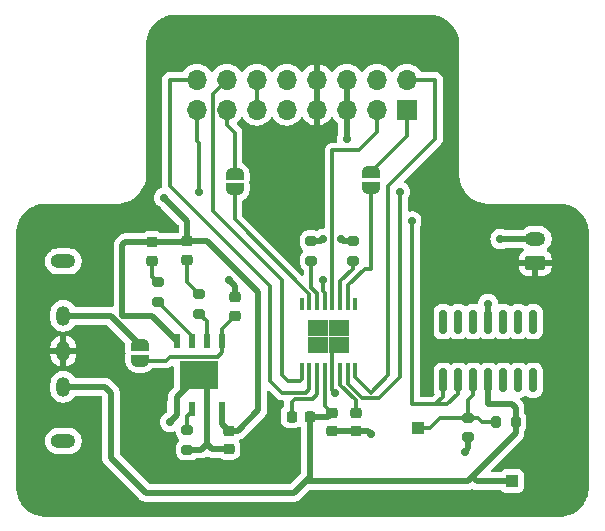
<source format=gbr>
%TF.GenerationSoftware,KiCad,Pcbnew,8.0.1*%
%TF.CreationDate,2024-04-21T22:45:40+02:00*%
%TF.ProjectId,PowerSubsystem2.0,506f7765-7253-4756-9273-797374656d32,v2*%
%TF.SameCoordinates,Original*%
%TF.FileFunction,Copper,L1,Top*%
%TF.FilePolarity,Positive*%
%FSLAX46Y46*%
G04 Gerber Fmt 4.6, Leading zero omitted, Abs format (unit mm)*
G04 Created by KiCad (PCBNEW 8.0.1) date 2024-04-21 22:45:40*
%MOMM*%
%LPD*%
G01*
G04 APERTURE LIST*
G04 Aperture macros list*
%AMRoundRect*
0 Rectangle with rounded corners*
0 $1 Rounding radius*
0 $2 $3 $4 $5 $6 $7 $8 $9 X,Y pos of 4 corners*
0 Add a 4 corners polygon primitive as box body*
4,1,4,$2,$3,$4,$5,$6,$7,$8,$9,$2,$3,0*
0 Add four circle primitives for the rounded corners*
1,1,$1+$1,$2,$3*
1,1,$1+$1,$4,$5*
1,1,$1+$1,$6,$7*
1,1,$1+$1,$8,$9*
0 Add four rect primitives between the rounded corners*
20,1,$1+$1,$2,$3,$4,$5,0*
20,1,$1+$1,$4,$5,$6,$7,0*
20,1,$1+$1,$6,$7,$8,$9,0*
20,1,$1+$1,$8,$9,$2,$3,0*%
%AMFreePoly0*
4,1,19,0.000000,0.744911,0.071157,0.744911,0.207708,0.704816,0.327430,0.627875,0.420627,0.520320,0.479746,0.390866,0.500000,0.250000,0.500000,-0.250000,0.479746,-0.390866,0.420627,-0.520320,0.327430,-0.627875,0.207708,-0.704816,0.071157,-0.744911,0.000000,-0.744911,0.000000,-0.750000,-0.500000,-0.750000,-0.500000,0.750000,0.000000,0.750000,0.000000,0.744911,0.000000,0.744911,
$1*%
%AMFreePoly1*
4,1,19,0.500000,-0.750000,0.000000,-0.750000,0.000000,-0.744911,-0.071157,-0.744911,-0.207708,-0.704816,-0.327430,-0.627875,-0.420627,-0.520320,-0.479746,-0.390866,-0.500000,-0.250000,-0.500000,0.250000,-0.479746,0.390866,-0.420627,0.520320,-0.327430,0.627875,-0.207708,0.704816,-0.071157,0.744911,0.000000,0.744911,0.000000,0.750000,0.500000,0.750000,0.500000,-0.750000,0.500000,-0.750000,
$1*%
G04 Aperture macros list end*
%TA.AperFunction,SMDPad,CuDef*%
%ADD10FreePoly0,90.000000*%
%TD*%
%TA.AperFunction,SMDPad,CuDef*%
%ADD11FreePoly1,90.000000*%
%TD*%
%TA.AperFunction,SMDPad,CuDef*%
%ADD12RoundRect,0.150000X0.150000X-0.825000X0.150000X0.825000X-0.150000X0.825000X-0.150000X-0.825000X0*%
%TD*%
%TA.AperFunction,ComponentPad*%
%ADD13O,2.100000X1.200000*%
%TD*%
%TA.AperFunction,ComponentPad*%
%ADD14O,1.200000X1.700000*%
%TD*%
%TA.AperFunction,SMDPad,CuDef*%
%ADD15RoundRect,0.225000X-0.225000X-0.250000X0.225000X-0.250000X0.225000X0.250000X-0.225000X0.250000X0*%
%TD*%
%TA.AperFunction,SMDPad,CuDef*%
%ADD16RoundRect,0.225000X-0.250000X0.225000X-0.250000X-0.225000X0.250000X-0.225000X0.250000X0.225000X0*%
%TD*%
%TA.AperFunction,SMDPad,CuDef*%
%ADD17R,1.000000X1.000000*%
%TD*%
%TA.AperFunction,SMDPad,CuDef*%
%ADD18RoundRect,0.200000X-0.275000X0.200000X-0.275000X-0.200000X0.275000X-0.200000X0.275000X0.200000X0*%
%TD*%
%TA.AperFunction,SMDPad,CuDef*%
%ADD19RoundRect,0.200000X0.200000X0.275000X-0.200000X0.275000X-0.200000X-0.275000X0.200000X-0.275000X0*%
%TD*%
%TA.AperFunction,SMDPad,CuDef*%
%ADD20R,0.895000X1.470000*%
%TD*%
%TA.AperFunction,SMDPad,CuDef*%
%ADD21R,0.450000X1.050000*%
%TD*%
%TA.AperFunction,SMDPad,CuDef*%
%ADD22R,3.300000X2.400000*%
%TD*%
%TA.AperFunction,SMDPad,CuDef*%
%ADD23R,0.600000X1.200000*%
%TD*%
%TA.AperFunction,SMDPad,CuDef*%
%ADD24RoundRect,0.225000X0.250000X-0.225000X0.250000X0.225000X-0.250000X0.225000X-0.250000X-0.225000X0*%
%TD*%
%TA.AperFunction,SMDPad,CuDef*%
%ADD25RoundRect,0.218750X0.256250X-0.218750X0.256250X0.218750X-0.256250X0.218750X-0.256250X-0.218750X0*%
%TD*%
%TA.AperFunction,ComponentPad*%
%ADD26O,1.750000X1.200000*%
%TD*%
%TA.AperFunction,ComponentPad*%
%ADD27RoundRect,0.250000X0.625000X-0.350000X0.625000X0.350000X-0.625000X0.350000X-0.625000X-0.350000X0*%
%TD*%
%TA.AperFunction,ComponentPad*%
%ADD28R,1.700000X1.700000*%
%TD*%
%TA.AperFunction,ComponentPad*%
%ADD29O,1.700000X1.700000*%
%TD*%
%TA.AperFunction,ViaPad*%
%ADD30C,0.700000*%
%TD*%
%TA.AperFunction,Conductor*%
%ADD31C,0.300000*%
%TD*%
%TA.AperFunction,Conductor*%
%ADD32C,0.500000*%
%TD*%
G04 APERTURE END LIST*
D10*
%TO.P,JP3,2,B*%
%TO.N,Charging*%
X114000000Y-80000000D03*
D11*
%TO.P,JP3,1,A*%
%TO.N,Net-(JP3-A)*%
X114000000Y-81300000D03*
%TD*%
D10*
%TO.P,JP2,2,B*%
%TO.N,/Motor1_A*%
X122000000Y-65500000D03*
D11*
%TO.P,JP2,1,A*%
%TO.N,Net-(JP2-A)*%
X122000000Y-66800000D03*
%TD*%
D10*
%TO.P,JP1,2,B*%
%TO.N,/Motor2_A*%
X133500000Y-65350000D03*
D11*
%TO.P,JP1,1,A*%
%TO.N,Net-(JP1-A)*%
X133500000Y-66650000D03*
%TD*%
D12*
%TO.P,U1,1*%
%TO.N,VADC*%
X139650000Y-82950000D03*
%TO.P,U1,2,-*%
X140920000Y-82950000D03*
%TO.P,U1,3,+*%
%TO.N,Net-(U1A-+)*%
X142190000Y-82950000D03*
%TO.P,U1,4,V+*%
%TO.N,H-bridge*%
X143460000Y-82950000D03*
%TO.P,U1,5*%
%TO.N,N/C*%
X144730000Y-82950000D03*
%TO.P,U1,6*%
X146000000Y-82950000D03*
%TO.P,U1,7*%
X147270000Y-82950000D03*
%TO.P,U1,8*%
X147270000Y-78000000D03*
%TO.P,U1,9*%
X146000000Y-78000000D03*
%TO.P,U1,10*%
X144730000Y-78000000D03*
%TO.P,U1,11,V-*%
%TO.N,GND*%
X143460000Y-78000000D03*
%TO.P,U1,12*%
%TO.N,N/C*%
X142190000Y-78000000D03*
%TO.P,U1,13*%
X140920000Y-78000000D03*
%TO.P,U1,14*%
X139650000Y-78000000D03*
%TD*%
D13*
%TO.P,U5,5,5*%
%TO.N,unconnected-(U5-Pad5)*%
X107500000Y-72900051D03*
%TO.P,U5,4,4*%
%TO.N,unconnected-(U5-Pad4)*%
X107500000Y-88099949D03*
D14*
%TO.P,U5,3,3*%
%TO.N,H-bridge*%
X107500000Y-83500000D03*
%TO.P,U5,2,2*%
%TO.N,/Vbatt*%
X107500000Y-80500000D03*
%TO.P,U5,1,1*%
%TO.N,Charging*%
X107500000Y-77500000D03*
%TD*%
D15*
%TO.P,C1,2*%
%TO.N,H-bridge*%
X128380000Y-86030000D03*
%TO.P,C1,1*%
%TO.N,Net-(U2-VCP)*%
X126830000Y-86030000D03*
%TD*%
D16*
%TO.P,C2,1*%
%TO.N,Net-(U2-VINT)*%
X132237500Y-85715000D03*
%TO.P,C2,2*%
%TO.N,GND*%
X132237500Y-87265000D03*
%TD*%
%TO.P,C4,2*%
%TO.N,GND*%
X121500000Y-88775000D03*
%TO.P,C4,1*%
%TO.N,/Vusb*%
X121500000Y-87225000D03*
%TD*%
D17*
%TO.P,TP3,1,1*%
%TO.N,H-bridge*%
X145500000Y-91500000D03*
%TD*%
D18*
%TO.P,R3,1*%
%TO.N,GND*%
X132000000Y-71175000D03*
%TO.P,R3,2*%
%TO.N,Net-(U2-AISEN)*%
X132000000Y-72825000D03*
%TD*%
D19*
%TO.P,R1,1*%
%TO.N,H-bridge*%
X145785000Y-86475000D03*
%TO.P,R1,2*%
%TO.N,Net-(U1A-+)*%
X144135000Y-86475000D03*
%TD*%
D20*
%TO.P,U2,17,GND*%
%TO.N,GND*%
X128605000Y-80000000D03*
X129500000Y-80000000D03*
X130395000Y-80000000D03*
X131290000Y-80000000D03*
X128605000Y-78530000D03*
X129500000Y-78530000D03*
X130395000Y-78530000D03*
X131290000Y-78530000D03*
D21*
%TO.P,U2,16,AIN1*%
%TO.N,/PWM1*%
X132222500Y-82040000D03*
%TO.P,U2,15,AIN2*%
%TO.N,/PWM2*%
X131572500Y-82040000D03*
%TO.P,U2,14,VINT*%
%TO.N,Net-(U2-VINT)*%
X130922500Y-82040000D03*
%TO.P,U2,13,GND*%
%TO.N,GND*%
X130272500Y-82040000D03*
%TO.P,U2,12,VM*%
%TO.N,H-bridge*%
X129622500Y-82040000D03*
%TO.P,U2,11,VCP*%
%TO.N,Net-(U2-VCP)*%
X128972500Y-82040000D03*
%TO.P,U2,10,BIN2*%
%TO.N,/PWM4*%
X128322500Y-82040000D03*
%TO.P,U2,9,BIN1*%
%TO.N,/PWM3*%
X127672500Y-82040000D03*
%TO.P,U2,8,~{FAULT}*%
%TO.N,unconnected-(U2-~{FAULT}-Pad8)*%
X127672500Y-76490000D03*
%TO.P,U2,7,BOUT1*%
%TO.N,Net-(JP2-A)*%
X128322500Y-76490000D03*
%TO.P,U2,6,BISEN*%
%TO.N,Net-(U2-BISEN)*%
X128972500Y-76490000D03*
%TO.P,U2,5,BOUT2*%
%TO.N,/Motor1_B*%
X129622500Y-76490000D03*
%TO.P,U2,4,AOUT2*%
%TO.N,/Motor2_B*%
X130272500Y-76490000D03*
%TO.P,U2,3,AISEN*%
%TO.N,Net-(U2-AISEN)*%
X130922500Y-76490000D03*
%TO.P,U2,2,AOUT1*%
%TO.N,Net-(JP1-A)*%
X131572500Y-76490000D03*
%TO.P,U2,1,~{SLEEP}*%
%TO.N,unconnected-(U2-~{SLEEP}-Pad1)*%
X132222500Y-76490000D03*
%TD*%
D22*
%TO.P,U3,9,EP*%
%TO.N,GND*%
X119000000Y-82500000D03*
D23*
%TO.P,U3,8,CE*%
%TO.N,/Vusb*%
X117094996Y-79591694D03*
%TO.P,U3,7,CHRG#*%
%TO.N,Net-(U3-CHRG#)*%
X118364999Y-79591694D03*
%TO.P,U3,6,STDBY#*%
%TO.N,Net-(U3-STDBY#)*%
X119635001Y-79591694D03*
%TO.P,U3,5,BAT*%
%TO.N,Net-(JP3-A)*%
X120905004Y-79591694D03*
%TO.P,U3,4,VCC*%
%TO.N,/Vusb*%
X120905004Y-85408306D03*
%TO.P,U3,3,GND*%
%TO.N,GND*%
X119635001Y-85408306D03*
%TO.P,U3,2,PROG*%
%TO.N,Net-(U3-PROG)*%
X118364999Y-85408306D03*
%TO.P,U3,1,TEMP*%
%TO.N,GND*%
X117094996Y-85408306D03*
%TD*%
D24*
%TO.P,C3,1*%
%TO.N,GND*%
X130237500Y-87265000D03*
%TO.P,C3,2*%
%TO.N,H-bridge*%
X130237500Y-85715000D03*
%TD*%
D25*
%TO.P,D1,1,K*%
%TO.N,Net-(D1-K)*%
X118000000Y-72765000D03*
%TO.P,D1,2,A*%
%TO.N,/Vusb*%
X118000000Y-71190000D03*
%TD*%
D26*
%TO.P,J2,2,Pin_2*%
%TO.N,GND*%
X147450000Y-71000000D03*
D27*
%TO.P,J2,1,Pin_1*%
%TO.N,/Vbatt*%
X147450000Y-73000000D03*
%TD*%
D18*
%TO.P,R5,1*%
%TO.N,Net-(D1-K)*%
X119000000Y-75675000D03*
%TO.P,R5,2*%
%TO.N,Net-(U3-STDBY#)*%
X119000000Y-77325000D03*
%TD*%
%TO.P,R7,2*%
%TO.N,GND*%
X118000000Y-88825000D03*
%TO.P,R7,1*%
%TO.N,Net-(U3-PROG)*%
X118000000Y-87175000D03*
%TD*%
D25*
%TO.P,D2,1,K*%
%TO.N,Net-(D2-K)*%
X115000000Y-72840000D03*
%TO.P,D2,2,A*%
%TO.N,/Vusb*%
X115000000Y-71265000D03*
%TD*%
D18*
%TO.P,R6,1*%
%TO.N,Net-(D2-K)*%
X115500000Y-74675000D03*
%TO.P,R6,2*%
%TO.N,Net-(U3-CHRG#)*%
X115500000Y-76325000D03*
%TD*%
D17*
%TO.P,TP1,1,1*%
%TO.N,Net-(U1A-+)*%
X137500000Y-87000000D03*
%TD*%
D18*
%TO.P,R2,2*%
%TO.N,GND*%
X141770000Y-87800000D03*
%TO.P,R2,1*%
%TO.N,Net-(U1A-+)*%
X141770000Y-86150000D03*
%TD*%
D16*
%TO.P,C5,1*%
%TO.N,GND*%
X122000000Y-75950000D03*
%TO.P,C5,2*%
%TO.N,Net-(JP3-A)*%
X122000000Y-77500000D03*
%TD*%
D18*
%TO.P,R4,1*%
%TO.N,GND*%
X128500000Y-71175000D03*
%TO.P,R4,2*%
%TO.N,Net-(U2-BISEN)*%
X128500000Y-72825000D03*
%TD*%
D28*
%TO.P,J1,1,Pin_1*%
%TO.N,/Motor2_A*%
X136580000Y-60040000D03*
D29*
%TO.P,J1,2,Pin_2*%
%TO.N,/PWM1*%
X136580000Y-57500000D03*
%TO.P,J1,3,Pin_3*%
%TO.N,/Motor2_B*%
X134040000Y-60040000D03*
%TO.P,J1,4,Pin_4*%
%TO.N,/PWM2*%
X134040000Y-57500000D03*
%TO.P,J1,5,Pin_5*%
%TO.N,GND*%
X131500000Y-60040000D03*
%TO.P,J1,6,Pin_6*%
X131500000Y-57500000D03*
%TO.P,J1,7,Pin_7*%
%TO.N,/Vbatt*%
X128960000Y-60040000D03*
%TO.P,J1,8,Pin_8*%
X128960000Y-57500000D03*
%TO.P,J1,9,Pin_9*%
%TO.N,/RESV*%
X126420000Y-60040000D03*
%TO.P,J1,10,Pin_10*%
%TO.N,VADC*%
X126420000Y-57500000D03*
%TO.P,J1,11,Pin_11*%
%TO.N,/Vusb*%
X123880000Y-60040000D03*
%TO.P,J1,12,Pin_12*%
X123880000Y-57500000D03*
%TO.P,J1,13,Pin_13*%
%TO.N,/Motor1_A*%
X121340000Y-60040000D03*
%TO.P,J1,14,Pin_14*%
%TO.N,/PWM3*%
X121340000Y-57500000D03*
%TO.P,J1,15,Pin_15*%
%TO.N,/Motor1_B*%
X118800000Y-60040000D03*
%TO.P,J1,16,Pin_16*%
%TO.N,/PWM4*%
X118800000Y-57500000D03*
%TD*%
D30*
%TO.N,GND*%
X121500000Y-74500000D03*
X116500000Y-86500000D03*
%TO.N,/Vbatt*%
X124000000Y-69500000D03*
X111000000Y-80500000D03*
%TO.N,/Vusb*%
X116000000Y-67500000D03*
%TO.N,VADC*%
X137000000Y-69500000D03*
%TO.N,GND*%
X131500000Y-62500000D03*
%TO.N,/Vbatt*%
X138000000Y-68500000D03*
%TO.N,GND*%
X141460000Y-89000000D03*
X129500000Y-71000000D03*
X131000000Y-71000000D03*
X144500000Y-71000000D03*
X133500000Y-87500000D03*
X143460000Y-76475000D03*
X130500000Y-84000000D03*
%TO.N,/PWM2*%
X136000000Y-67000000D03*
%TO.N,/Motor1_B*%
X119000000Y-67000000D03*
X129500000Y-74500000D03*
%TD*%
D31*
%TO.N,/Vusb*%
X123880000Y-57500000D02*
X123880000Y-60040000D01*
D32*
%TO.N,GND*%
X147450000Y-71000000D02*
X144500000Y-71000000D01*
%TO.N,/Vbatt*%
X139868629Y-73000000D02*
X147450000Y-73000000D01*
X138000000Y-71131371D02*
X139868629Y-73000000D01*
X138000000Y-68500000D02*
X138000000Y-71131371D01*
%TO.N,H-bridge*%
X142500000Y-91500000D02*
X145500000Y-91500000D01*
X142107500Y-91107500D02*
X142500000Y-91500000D01*
X142107500Y-91107500D02*
X141715000Y-91500000D01*
X145785000Y-87430000D02*
X142107500Y-91107500D01*
X145785000Y-86475000D02*
X145785000Y-87430000D01*
X141715000Y-91500000D02*
X128000000Y-91500000D01*
D31*
%TO.N,Net-(U1A-+)*%
X138500000Y-87000000D02*
X137500000Y-87000000D01*
X139350000Y-86150000D02*
X138500000Y-87000000D01*
X141770000Y-86150000D02*
X139350000Y-86150000D01*
%TO.N,Net-(JP1-A)*%
X133500000Y-73500000D02*
X133500000Y-66650000D01*
X133000000Y-73500000D02*
X133500000Y-73500000D01*
X131572500Y-74927500D02*
X133000000Y-73500000D01*
X131572500Y-76490000D02*
X131572500Y-74927500D01*
%TO.N,/Motor2_A*%
X136580000Y-62270000D02*
X136580000Y-60040000D01*
X133500000Y-65350000D02*
X136580000Y-62270000D01*
%TO.N,Net-(JP3-A)*%
X120905004Y-78594996D02*
X120905004Y-79591694D01*
X122000000Y-77500000D02*
X120905004Y-78594996D01*
X120905004Y-80594996D02*
X120905004Y-79591694D01*
X120550000Y-80950000D02*
X120905004Y-80594996D01*
X116200000Y-81300000D02*
X116550000Y-80950000D01*
X116550000Y-80950000D02*
X120550000Y-80950000D01*
X114000000Y-81300000D02*
X116200000Y-81300000D01*
D32*
%TO.N,Charging*%
X111500000Y-77500000D02*
X107500000Y-77500000D01*
X114000000Y-80000000D02*
X111500000Y-77500000D01*
D31*
%TO.N,/PWM4*%
X116500000Y-66500000D02*
X116500000Y-57500000D01*
X125000000Y-83000000D02*
X125000000Y-75000000D01*
X126000000Y-84000000D02*
X125000000Y-83000000D01*
X128000000Y-84000000D02*
X126000000Y-84000000D01*
X128322500Y-83677500D02*
X128000000Y-84000000D01*
X125000000Y-75000000D02*
X116500000Y-66500000D01*
X128322500Y-82040000D02*
X128322500Y-83677500D01*
X116500000Y-57500000D02*
X118800000Y-57500000D01*
D32*
%TO.N,/Vusb*%
X119690000Y-71190000D02*
X118000000Y-71190000D01*
X124000000Y-75500000D02*
X119690000Y-71190000D01*
X121500000Y-87225000D02*
X122275000Y-87225000D01*
X122275000Y-87225000D02*
X124000000Y-85500000D01*
X124000000Y-85500000D02*
X124000000Y-75500000D01*
%TO.N,GND*%
X122000000Y-75000000D02*
X121500000Y-74500000D01*
X122000000Y-75950000D02*
X122000000Y-75000000D01*
%TO.N,/Vusb*%
X120905004Y-85408306D02*
X120905004Y-86630004D01*
X120905004Y-86630004D02*
X121500000Y-87225000D01*
%TO.N,GND*%
X117094996Y-85905004D02*
X116500000Y-86500000D01*
X117094996Y-85408306D02*
X117094996Y-85905004D01*
X120045002Y-88775000D02*
X119635001Y-88364999D01*
X121500000Y-88775000D02*
X120045002Y-88775000D01*
X119635001Y-88364999D02*
X119175000Y-88825000D01*
X119175000Y-88825000D02*
X118000000Y-88825000D01*
X119635001Y-85408306D02*
X119635001Y-88364999D01*
X119635001Y-83135001D02*
X119000000Y-82500000D01*
X119635001Y-85408306D02*
X119635001Y-83135001D01*
X117094996Y-84405004D02*
X119000000Y-82500000D01*
X117094996Y-85408306D02*
X117094996Y-84405004D01*
D31*
%TO.N,Net-(U3-PROG)*%
X118000000Y-86000000D02*
X118000000Y-87175000D01*
X118364999Y-85635001D02*
X118000000Y-86000000D01*
X118364999Y-85408306D02*
X118364999Y-85635001D01*
%TO.N,Net-(U3-STDBY#)*%
X119635001Y-77960001D02*
X119635001Y-79591694D01*
X119000000Y-77325000D02*
X119635001Y-77960001D01*
%TO.N,Net-(U3-CHRG#)*%
X118364999Y-79189999D02*
X118364999Y-79591694D01*
X115500000Y-76325000D02*
X118364999Y-79189999D01*
D32*
%TO.N,/Vusb*%
X112735000Y-71265000D02*
X115000000Y-71265000D01*
X112500000Y-77500000D02*
X112500000Y-71500000D01*
X115003302Y-77500000D02*
X112500000Y-77500000D01*
X112500000Y-71500000D02*
X112735000Y-71265000D01*
X117094996Y-79591694D02*
X115003302Y-77500000D01*
D31*
%TO.N,Net-(D2-K)*%
X115500000Y-74675000D02*
X115000000Y-74175000D01*
X115000000Y-74175000D02*
X115000000Y-72840000D01*
%TO.N,Net-(D1-K)*%
X118000000Y-74675000D02*
X118000000Y-72765000D01*
X119000000Y-75675000D02*
X118000000Y-74675000D01*
D32*
%TO.N,H-bridge*%
X111500000Y-89500000D02*
X111500000Y-84000000D01*
X114500000Y-92500000D02*
X111500000Y-89500000D01*
X111500000Y-84000000D02*
X111000000Y-83500000D01*
X127000000Y-92500000D02*
X114500000Y-92500000D01*
X128000000Y-91500000D02*
X127000000Y-92500000D01*
X111000000Y-83500000D02*
X107500000Y-83500000D01*
D31*
%TO.N,Net-(JP2-A)*%
X122000000Y-66800000D02*
X122000000Y-69342500D01*
X122000000Y-69342500D02*
X128322500Y-75665000D01*
X128322500Y-75665000D02*
X128322500Y-76490000D01*
%TO.N,/Motor1_A*%
X122000000Y-62000000D02*
X122000000Y-65500000D01*
X121340000Y-61340000D02*
X122000000Y-62000000D01*
X121340000Y-60040000D02*
X121340000Y-61340000D01*
%TO.N,/PWM1*%
X139000000Y-57500000D02*
X136580000Y-57500000D01*
X135000000Y-66500000D02*
X139000000Y-62500000D01*
X135000000Y-82500000D02*
X135000000Y-66500000D01*
X139000000Y-62500000D02*
X139000000Y-57500000D01*
X133500000Y-84000000D02*
X135000000Y-82500000D01*
X132222500Y-82722500D02*
X133500000Y-84000000D01*
X132222500Y-82040000D02*
X132222500Y-82722500D01*
%TO.N,/PWM2*%
X131572500Y-83279607D02*
X131572500Y-82040000D01*
X134207107Y-84500000D02*
X132792893Y-84500000D01*
X136000000Y-82707107D02*
X134207107Y-84500000D01*
X132792893Y-84500000D02*
X131572500Y-83279607D01*
X136000000Y-67000000D02*
X136000000Y-82707107D01*
%TO.N,VADC*%
X137000000Y-69500000D02*
X137000000Y-85000000D01*
X137000000Y-85000000D02*
X139000000Y-85000000D01*
%TO.N,/Motor2_B*%
X130272500Y-63500000D02*
X132500000Y-63500000D01*
X134040000Y-61960000D02*
X134040000Y-60040000D01*
X130272500Y-76490000D02*
X130272500Y-63500000D01*
X132500000Y-63500000D02*
X134040000Y-61960000D01*
%TO.N,/Motor1_B*%
X118800000Y-62700000D02*
X118800000Y-60040000D01*
X119000000Y-67000000D02*
X119000000Y-62900000D01*
X119000000Y-62900000D02*
X118800000Y-62700000D01*
%TO.N,GND*%
X130272500Y-83772500D02*
X130500000Y-84000000D01*
X130272500Y-82040000D02*
X130272500Y-83772500D01*
%TO.N,/Motor1_B*%
X129622500Y-75550787D02*
X129622500Y-76490000D01*
X129500000Y-75428287D02*
X129622500Y-75550787D01*
X129500000Y-74500000D02*
X129500000Y-75428287D01*
D32*
%TO.N,/Vbatt*%
X128960000Y-64540000D02*
X128960000Y-60040000D01*
X124000000Y-69500000D02*
X128960000Y-64540000D01*
X107500000Y-80500000D02*
X111000000Y-80500000D01*
%TO.N,H-bridge*%
X129922500Y-86030000D02*
X130237500Y-85715000D01*
X128380000Y-86030000D02*
X129922500Y-86030000D01*
X128380000Y-91120000D02*
X128000000Y-91500000D01*
X128380000Y-86030000D02*
X128380000Y-91120000D01*
D31*
X129622500Y-85100000D02*
X130237500Y-85715000D01*
X129622500Y-82040000D02*
X129622500Y-85100000D01*
D32*
X145785000Y-85285000D02*
X145785000Y-86475000D01*
X145500000Y-85000000D02*
X145785000Y-85285000D01*
X143500000Y-85000000D02*
X145500000Y-85000000D01*
X143460000Y-84960000D02*
X143500000Y-85000000D01*
X143460000Y-82950000D02*
X143460000Y-84960000D01*
D31*
%TO.N,VADC*%
X140000000Y-85000000D02*
X139000000Y-85000000D01*
X140920000Y-84080000D02*
X140000000Y-85000000D01*
X140920000Y-82950000D02*
X140920000Y-84080000D01*
D32*
%TO.N,/Vusb*%
X118000000Y-69500000D02*
X116000000Y-67500000D01*
X118000000Y-71190000D02*
X118000000Y-69500000D01*
D31*
%TO.N,VADC*%
X139650000Y-84350000D02*
X139000000Y-85000000D01*
X139650000Y-82950000D02*
X139650000Y-84350000D01*
D32*
%TO.N,GND*%
X131500000Y-60040000D02*
X131500000Y-62500000D01*
X131500000Y-57500000D02*
X131500000Y-60040000D01*
%TO.N,/Vbatt*%
X128960000Y-57500000D02*
X128960000Y-60040000D01*
D31*
%TO.N,Net-(U1A-+)*%
X142635000Y-86150000D02*
X142960000Y-86475000D01*
X142960000Y-86475000D02*
X144135000Y-86475000D01*
X141770000Y-86150000D02*
X142635000Y-86150000D01*
X141770000Y-84665000D02*
X141770000Y-86150000D01*
X142190000Y-84245000D02*
X141770000Y-84665000D01*
X142190000Y-82950000D02*
X142190000Y-84245000D01*
D32*
%TO.N,GND*%
X141770000Y-88690000D02*
X141460000Y-89000000D01*
X141770000Y-87800000D02*
X141770000Y-88690000D01*
X129325000Y-71175000D02*
X129500000Y-71000000D01*
X128500000Y-71175000D02*
X129325000Y-71175000D01*
X131175000Y-71175000D02*
X131000000Y-71000000D01*
X132000000Y-71175000D02*
X131175000Y-71175000D01*
X133265000Y-87265000D02*
X133500000Y-87500000D01*
X132237500Y-87265000D02*
X133265000Y-87265000D01*
X130237500Y-87265000D02*
X132237500Y-87265000D01*
X143460000Y-78000000D02*
X143460000Y-76475000D01*
D31*
%TO.N,/PWM3*%
X120140000Y-58700000D02*
X121340000Y-57500000D01*
X120140000Y-68640000D02*
X120140000Y-58700000D01*
X126000000Y-74500000D02*
X120140000Y-68640000D01*
X126000000Y-82500000D02*
X126000000Y-74500000D01*
X126500000Y-83000000D02*
X126000000Y-82500000D01*
X127500000Y-83000000D02*
X126500000Y-83000000D01*
X127672500Y-82827500D02*
X127500000Y-83000000D01*
X127672500Y-82040000D02*
X127672500Y-82827500D01*
%TO.N,Net-(U2-AISEN)*%
X130922500Y-74577500D02*
X132000000Y-73500000D01*
X130922500Y-76490000D02*
X130922500Y-74577500D01*
X132000000Y-73500000D02*
X132000000Y-72825000D01*
%TO.N,Net-(U2-BISEN)*%
X128500000Y-75135394D02*
X128500000Y-72825000D01*
X128972500Y-75607894D02*
X128500000Y-75135394D01*
X128972500Y-76490000D02*
X128972500Y-75607894D01*
D32*
%TO.N,/Vusb*%
X117925000Y-71265000D02*
X118000000Y-71190000D01*
X115000000Y-71265000D02*
X117925000Y-71265000D01*
D31*
%TO.N,GND*%
X130272500Y-80122500D02*
X130272500Y-82040000D01*
X130395000Y-80000000D02*
X130272500Y-80122500D01*
%TO.N,Net-(U2-VCP)*%
X128605000Y-84530000D02*
X127105000Y-84530000D01*
X128972500Y-84162500D02*
X128605000Y-84530000D01*
X126830000Y-84805000D02*
X126830000Y-86030000D01*
X128972500Y-82040000D02*
X128972500Y-84162500D01*
X127105000Y-84530000D02*
X126830000Y-84805000D01*
%TO.N,Net-(U2-VINT)*%
X132237500Y-84662500D02*
X132237500Y-85715000D01*
X130922500Y-83347500D02*
X132237500Y-84662500D01*
X130922500Y-82040000D02*
X130922500Y-83347500D01*
%TD*%
%TA.AperFunction,Conductor*%
%TO.N,/Vbatt*%
G36*
X129210000Y-61370633D02*
G01*
X129423483Y-61313433D01*
X129423492Y-61313429D01*
X129637578Y-61213600D01*
X129831082Y-61078105D01*
X129998105Y-60911082D01*
X130128119Y-60725405D01*
X130182696Y-60681781D01*
X130252195Y-60674588D01*
X130314549Y-60706110D01*
X130331269Y-60725405D01*
X130461505Y-60911401D01*
X130461506Y-60911402D01*
X130628595Y-61078492D01*
X130628598Y-61078494D01*
X130628599Y-61078495D01*
X130696623Y-61126125D01*
X130740248Y-61180701D01*
X130749500Y-61227700D01*
X130749500Y-62065678D01*
X130732887Y-62127678D01*
X130718750Y-62152163D01*
X130663504Y-62322192D01*
X130663503Y-62322194D01*
X130644815Y-62500000D01*
X130663503Y-62677805D01*
X130663504Y-62677808D01*
X130666551Y-62687185D01*
X130668544Y-62757026D01*
X130632462Y-62816858D01*
X130569761Y-62847684D01*
X130548619Y-62849500D01*
X130208429Y-62849500D01*
X130082761Y-62874497D01*
X130082755Y-62874499D01*
X129964375Y-62923533D01*
X129964366Y-62923538D01*
X129857831Y-62994723D01*
X129857827Y-62994726D01*
X129767226Y-63085327D01*
X129767223Y-63085331D01*
X129696038Y-63191866D01*
X129696033Y-63191875D01*
X129646999Y-63310255D01*
X129646997Y-63310261D01*
X129622000Y-63435928D01*
X129622000Y-70025500D01*
X129602315Y-70092539D01*
X129549511Y-70138294D01*
X129498000Y-70149500D01*
X129410609Y-70149500D01*
X129379954Y-70156015D01*
X129235733Y-70186670D01*
X129235728Y-70186672D01*
X129072408Y-70259388D01*
X129072404Y-70259390D01*
X129050934Y-70274989D01*
X128985128Y-70298468D01*
X128941162Y-70293056D01*
X128902196Y-70280914D01*
X128831616Y-70274500D01*
X128168384Y-70274500D01*
X128149145Y-70276248D01*
X128097807Y-70280913D01*
X127935393Y-70331522D01*
X127789811Y-70419530D01*
X127669530Y-70539811D01*
X127581522Y-70685393D01*
X127530913Y-70847807D01*
X127524500Y-70918386D01*
X127524500Y-71431613D01*
X127530913Y-71502192D01*
X127530913Y-71502194D01*
X127530914Y-71502196D01*
X127581522Y-71664606D01*
X127663099Y-71799551D01*
X127669530Y-71810188D01*
X127771661Y-71912319D01*
X127805146Y-71973642D01*
X127800162Y-72043334D01*
X127771661Y-72087681D01*
X127669531Y-72189810D01*
X127669530Y-72189811D01*
X127581522Y-72335393D01*
X127530913Y-72497807D01*
X127524500Y-72568386D01*
X127524500Y-73081613D01*
X127530913Y-73152192D01*
X127530913Y-73152194D01*
X127530914Y-73152196D01*
X127581522Y-73314606D01*
X127633128Y-73399973D01*
X127669530Y-73460188D01*
X127789810Y-73580468D01*
X127795715Y-73585094D01*
X127794911Y-73586119D01*
X127836833Y-73631890D01*
X127849500Y-73686488D01*
X127849500Y-73972692D01*
X127829815Y-74039731D01*
X127777011Y-74085486D01*
X127707853Y-74095430D01*
X127644297Y-74066405D01*
X127637819Y-74060373D01*
X122686819Y-69109373D01*
X122653334Y-69048050D01*
X122650500Y-69021692D01*
X122650500Y-67802179D01*
X122670185Y-67735140D01*
X122722989Y-67689385D01*
X122722991Y-67689384D01*
X122733083Y-67684775D01*
X122733082Y-67684775D01*
X122733094Y-67684770D01*
X122854130Y-67606986D01*
X122962791Y-67512832D01*
X122962794Y-67512829D01*
X123057015Y-67404091D01*
X123134747Y-67283137D01*
X123194517Y-67152259D01*
X123235024Y-67014304D01*
X123255500Y-66871889D01*
X123255500Y-66300000D01*
X123250355Y-66228060D01*
X123239396Y-66190740D01*
X123235636Y-66138158D01*
X123248376Y-66049546D01*
X123255500Y-66000000D01*
X123255500Y-65428111D01*
X123235024Y-65285696D01*
X123194517Y-65147741D01*
X123134747Y-65016863D01*
X123060623Y-64901523D01*
X123059802Y-64900081D01*
X123057011Y-64895901D01*
X122962792Y-64787169D01*
X122962789Y-64787166D01*
X122854135Y-64693018D01*
X122854132Y-64693015D01*
X122767232Y-64637169D01*
X122733094Y-64615230D01*
X122722985Y-64610613D01*
X122670184Y-64564859D01*
X122650500Y-64497821D01*
X122650500Y-61935928D01*
X122625502Y-61810261D01*
X122625501Y-61810260D01*
X122625501Y-61810256D01*
X122576465Y-61691873D01*
X122549738Y-61651873D01*
X122541264Y-61639191D01*
X122505278Y-61585332D01*
X122505272Y-61585325D01*
X122190640Y-61270694D01*
X122157155Y-61209371D01*
X122162139Y-61139680D01*
X122204010Y-61083746D01*
X122207201Y-61081436D01*
X122208122Y-61080790D01*
X122211401Y-61078495D01*
X122378495Y-60911401D01*
X122508425Y-60725842D01*
X122563002Y-60682217D01*
X122632500Y-60675023D01*
X122694855Y-60706546D01*
X122711575Y-60725842D01*
X122841500Y-60911395D01*
X122841505Y-60911401D01*
X123008599Y-61078495D01*
X123095980Y-61139680D01*
X123202165Y-61214032D01*
X123202167Y-61214033D01*
X123202170Y-61214035D01*
X123416337Y-61313903D01*
X123644592Y-61375063D01*
X123821034Y-61390500D01*
X123879999Y-61395659D01*
X123880000Y-61395659D01*
X123880001Y-61395659D01*
X123938966Y-61390500D01*
X124115408Y-61375063D01*
X124343663Y-61313903D01*
X124557830Y-61214035D01*
X124751401Y-61078495D01*
X124918495Y-60911401D01*
X125048425Y-60725842D01*
X125103002Y-60682217D01*
X125172500Y-60675023D01*
X125234855Y-60706546D01*
X125251575Y-60725842D01*
X125381500Y-60911395D01*
X125381505Y-60911401D01*
X125548599Y-61078495D01*
X125635980Y-61139680D01*
X125742165Y-61214032D01*
X125742167Y-61214033D01*
X125742170Y-61214035D01*
X125956337Y-61313903D01*
X126184592Y-61375063D01*
X126361034Y-61390500D01*
X126419999Y-61395659D01*
X126420000Y-61395659D01*
X126420001Y-61395659D01*
X126478966Y-61390500D01*
X126655408Y-61375063D01*
X126883663Y-61313903D01*
X127097830Y-61214035D01*
X127291401Y-61078495D01*
X127458495Y-60911401D01*
X127588730Y-60725405D01*
X127643307Y-60681781D01*
X127712805Y-60674587D01*
X127775160Y-60706110D01*
X127791879Y-60725405D01*
X127921890Y-60911078D01*
X128088917Y-61078105D01*
X128282421Y-61213600D01*
X128496507Y-61313429D01*
X128496516Y-61313433D01*
X128710000Y-61370634D01*
X128710000Y-60473012D01*
X128767007Y-60505925D01*
X128894174Y-60540000D01*
X129025826Y-60540000D01*
X129152993Y-60505925D01*
X129210000Y-60473012D01*
X129210000Y-61370633D01*
G37*
%TD.AperFunction*%
%TA.AperFunction,Conductor*%
G36*
X129210000Y-59606988D02*
G01*
X129152993Y-59574075D01*
X129025826Y-59540000D01*
X128894174Y-59540000D01*
X128767007Y-59574075D01*
X128710000Y-59606988D01*
X128710000Y-57933012D01*
X128767007Y-57965925D01*
X128894174Y-58000000D01*
X129025826Y-58000000D01*
X129152993Y-57965925D01*
X129210000Y-57933012D01*
X129210000Y-59606988D01*
G37*
%TD.AperFunction*%
%TA.AperFunction,Conductor*%
G36*
X138501039Y-52000017D02*
G01*
X138503981Y-52000065D01*
X138656582Y-52002559D01*
X138670718Y-52003602D01*
X138980196Y-52044345D01*
X138996087Y-52047506D01*
X139240218Y-52112921D01*
X139296612Y-52128032D01*
X139311971Y-52133246D01*
X139599400Y-52252303D01*
X139613947Y-52259477D01*
X139883377Y-52415032D01*
X139896863Y-52424043D01*
X140143686Y-52613437D01*
X140155881Y-52624132D01*
X140375867Y-52844118D01*
X140386562Y-52856313D01*
X140575956Y-53103136D01*
X140584967Y-53116622D01*
X140740522Y-53386052D01*
X140747696Y-53400599D01*
X140866753Y-53688028D01*
X140871967Y-53703387D01*
X140952491Y-54003903D01*
X140955655Y-54019812D01*
X140996396Y-54329270D01*
X140997440Y-54343428D01*
X140999983Y-54498960D01*
X141000000Y-54500987D01*
X141000000Y-65500026D01*
X141002675Y-65663677D01*
X141002677Y-65663694D01*
X141041589Y-65959262D01*
X141045406Y-65988249D01*
X141061831Y-66049546D01*
X141130135Y-66304461D01*
X141255410Y-66606901D01*
X141255414Y-66606911D01*
X141419095Y-66890415D01*
X141618382Y-67150131D01*
X141618388Y-67150138D01*
X141849861Y-67381611D01*
X141849868Y-67381617D01*
X142109584Y-67580904D01*
X142393088Y-67744585D01*
X142393089Y-67744585D01*
X142393092Y-67744587D01*
X142695539Y-67869865D01*
X143011751Y-67954594D01*
X143336317Y-67997324D01*
X143361892Y-67997742D01*
X143499973Y-68000000D01*
X143500000Y-68000000D01*
X149499013Y-68000000D01*
X149501039Y-68000017D01*
X149503981Y-68000065D01*
X149656582Y-68002559D01*
X149670718Y-68003602D01*
X149980196Y-68044345D01*
X149996087Y-68047506D01*
X150240218Y-68112921D01*
X150296612Y-68128032D01*
X150311971Y-68133246D01*
X150531951Y-68224364D01*
X150571170Y-68240610D01*
X150599400Y-68252303D01*
X150613947Y-68259477D01*
X150827871Y-68382986D01*
X150883377Y-68415032D01*
X150896863Y-68424043D01*
X151143686Y-68613437D01*
X151155881Y-68624132D01*
X151375867Y-68844118D01*
X151386562Y-68856313D01*
X151575956Y-69103136D01*
X151584967Y-69116622D01*
X151740522Y-69386052D01*
X151747696Y-69400599D01*
X151866753Y-69688028D01*
X151871967Y-69703387D01*
X151952491Y-70003903D01*
X151955655Y-70019812D01*
X151996396Y-70329270D01*
X151997440Y-70343428D01*
X151999983Y-70498960D01*
X152000000Y-70500987D01*
X152000000Y-91999012D01*
X151999983Y-92001039D01*
X151997440Y-92156571D01*
X151996396Y-92170729D01*
X151955655Y-92480187D01*
X151952491Y-92496096D01*
X151871967Y-92796612D01*
X151866753Y-92811971D01*
X151747696Y-93099400D01*
X151740522Y-93113947D01*
X151584967Y-93383377D01*
X151575956Y-93396863D01*
X151386562Y-93643686D01*
X151375867Y-93655881D01*
X151155881Y-93875867D01*
X151143686Y-93886562D01*
X150896863Y-94075956D01*
X150883377Y-94084967D01*
X150613947Y-94240522D01*
X150599400Y-94247696D01*
X150311971Y-94366753D01*
X150296612Y-94371967D01*
X149996096Y-94452491D01*
X149980187Y-94455655D01*
X149670729Y-94496396D01*
X149656571Y-94497440D01*
X149501040Y-94499983D01*
X149499013Y-94500000D01*
X106000987Y-94500000D01*
X105998960Y-94499983D01*
X105843428Y-94497440D01*
X105829270Y-94496396D01*
X105519812Y-94455655D01*
X105503903Y-94452491D01*
X105203387Y-94371967D01*
X105188028Y-94366753D01*
X104900599Y-94247696D01*
X104886052Y-94240522D01*
X104616622Y-94084967D01*
X104603136Y-94075956D01*
X104356313Y-93886562D01*
X104344118Y-93875867D01*
X104124132Y-93655881D01*
X104113437Y-93643686D01*
X103924043Y-93396863D01*
X103915032Y-93383377D01*
X103759477Y-93113947D01*
X103752303Y-93099400D01*
X103633246Y-92811971D01*
X103628032Y-92796612D01*
X103548688Y-92500498D01*
X103547506Y-92496087D01*
X103544345Y-92480196D01*
X103503602Y-92170718D01*
X103502559Y-92156582D01*
X103500017Y-92001038D01*
X103500000Y-91999012D01*
X103500000Y-88186560D01*
X105949500Y-88186560D01*
X105954084Y-88215500D01*
X105975465Y-88350500D01*
X105976598Y-88357650D01*
X106030127Y-88522394D01*
X106108768Y-88676737D01*
X106210586Y-88816877D01*
X106333072Y-88939363D01*
X106473212Y-89041181D01*
X106627555Y-89119822D01*
X106792299Y-89173351D01*
X106963389Y-89200449D01*
X106963390Y-89200449D01*
X108036610Y-89200449D01*
X108036611Y-89200449D01*
X108207701Y-89173351D01*
X108372445Y-89119822D01*
X108526788Y-89041181D01*
X108666928Y-88939363D01*
X108789414Y-88816877D01*
X108891232Y-88676737D01*
X108969873Y-88522394D01*
X109023402Y-88357650D01*
X109050500Y-88186560D01*
X109050500Y-88013338D01*
X109023402Y-87842248D01*
X108969873Y-87677504D01*
X108891232Y-87523161D01*
X108789414Y-87383021D01*
X108666928Y-87260535D01*
X108526788Y-87158717D01*
X108372445Y-87080076D01*
X108207701Y-87026547D01*
X108207699Y-87026546D01*
X108207698Y-87026546D01*
X108076271Y-87005730D01*
X108036611Y-86999449D01*
X106963389Y-86999449D01*
X106923728Y-87005730D01*
X106792302Y-87026546D01*
X106627552Y-87080077D01*
X106473211Y-87158717D01*
X106393256Y-87216808D01*
X106333072Y-87260535D01*
X106333070Y-87260537D01*
X106333069Y-87260537D01*
X106210588Y-87383018D01*
X106210588Y-87383019D01*
X106210586Y-87383021D01*
X106202989Y-87393478D01*
X106108768Y-87523160D01*
X106030128Y-87677501D01*
X105976597Y-87842251D01*
X105951534Y-88000498D01*
X105949500Y-88013338D01*
X105949500Y-88186560D01*
X103500000Y-88186560D01*
X103500000Y-83836611D01*
X106399500Y-83836611D01*
X106400147Y-83840694D01*
X106423101Y-83985626D01*
X106426598Y-84007701D01*
X106470818Y-84143796D01*
X106480128Y-84172447D01*
X106487077Y-84186086D01*
X106558768Y-84326788D01*
X106660586Y-84466928D01*
X106783072Y-84589414D01*
X106923212Y-84691232D01*
X107077555Y-84769873D01*
X107242299Y-84823402D01*
X107413389Y-84850500D01*
X107413390Y-84850500D01*
X107586610Y-84850500D01*
X107586611Y-84850500D01*
X107757701Y-84823402D01*
X107922445Y-84769873D01*
X108076788Y-84691232D01*
X108216928Y-84589414D01*
X108339414Y-84466928D01*
X108441232Y-84326788D01*
X108445607Y-84318202D01*
X108493582Y-84267408D01*
X108556090Y-84250500D01*
X110625500Y-84250500D01*
X110692539Y-84270185D01*
X110738294Y-84322989D01*
X110749500Y-84374500D01*
X110749500Y-89573918D01*
X110749500Y-89573920D01*
X110749499Y-89573920D01*
X110778340Y-89718907D01*
X110778343Y-89718917D01*
X110834914Y-89855492D01*
X110867812Y-89904727D01*
X110867813Y-89904730D01*
X110917046Y-89978414D01*
X110917052Y-89978421D01*
X113917049Y-92978416D01*
X114021584Y-93082951D01*
X114021587Y-93082953D01*
X114021588Y-93082954D01*
X114144503Y-93165083D01*
X114144506Y-93165085D01*
X114201079Y-93188518D01*
X114201080Y-93188518D01*
X114281088Y-93221659D01*
X114397241Y-93244763D01*
X114416468Y-93248587D01*
X114426081Y-93250500D01*
X114426082Y-93250500D01*
X127073920Y-93250500D01*
X127171462Y-93231096D01*
X127218913Y-93221658D01*
X127355495Y-93165084D01*
X127404729Y-93132186D01*
X127478416Y-93082952D01*
X128274548Y-92286818D01*
X128335871Y-92253334D01*
X128362229Y-92250500D01*
X141788920Y-92250500D01*
X141886462Y-92231096D01*
X141933913Y-92221658D01*
X142060049Y-92169410D01*
X142129516Y-92161942D01*
X142154947Y-92169409D01*
X142281087Y-92221658D01*
X142281091Y-92221658D01*
X142281092Y-92221659D01*
X142426079Y-92250500D01*
X142426082Y-92250500D01*
X142426083Y-92250500D01*
X142573918Y-92250500D01*
X144500249Y-92250500D01*
X144567288Y-92270185D01*
X144599515Y-92300188D01*
X144642451Y-92357542D01*
X144642454Y-92357546D01*
X144642457Y-92357548D01*
X144757664Y-92443793D01*
X144757671Y-92443797D01*
X144892517Y-92494091D01*
X144892516Y-92494091D01*
X144899444Y-92494835D01*
X144952127Y-92500500D01*
X146047872Y-92500499D01*
X146107483Y-92494091D01*
X146242331Y-92443796D01*
X146357546Y-92357546D01*
X146443796Y-92242331D01*
X146494091Y-92107483D01*
X146500500Y-92047873D01*
X146500499Y-90952128D01*
X146494091Y-90892517D01*
X146462990Y-90809132D01*
X146443797Y-90757671D01*
X146443793Y-90757664D01*
X146357547Y-90642455D01*
X146357544Y-90642452D01*
X146242335Y-90556206D01*
X146242328Y-90556202D01*
X146107482Y-90505908D01*
X146107483Y-90505908D01*
X146047883Y-90499501D01*
X146047881Y-90499500D01*
X146047873Y-90499500D01*
X146047864Y-90499500D01*
X144952129Y-90499500D01*
X144952123Y-90499501D01*
X144892516Y-90505908D01*
X144757671Y-90556202D01*
X144757664Y-90556206D01*
X144642457Y-90642451D01*
X144642451Y-90642457D01*
X144599515Y-90699812D01*
X144543581Y-90741682D01*
X144500249Y-90749500D01*
X143826230Y-90749500D01*
X143759191Y-90729815D01*
X143713436Y-90677011D01*
X143703492Y-90607853D01*
X143732517Y-90544297D01*
X143738549Y-90537819D01*
X146367948Y-87908419D01*
X146367947Y-87908419D01*
X146367951Y-87908416D01*
X146450084Y-87785495D01*
X146506658Y-87648913D01*
X146528652Y-87538344D01*
X146535500Y-87503920D01*
X146535500Y-87227976D01*
X146553382Y-87163829D01*
X146628478Y-87039606D01*
X146679086Y-86877196D01*
X146685500Y-86806616D01*
X146685500Y-86143384D01*
X146679086Y-86072804D01*
X146628478Y-85910394D01*
X146553382Y-85786171D01*
X146535500Y-85722023D01*
X146535500Y-85211079D01*
X146506659Y-85066092D01*
X146506658Y-85066091D01*
X146506658Y-85066087D01*
X146473442Y-84985896D01*
X146450085Y-84929507D01*
X146442910Y-84918769D01*
X146400486Y-84855276D01*
X146382259Y-84827997D01*
X146367954Y-84806586D01*
X146192631Y-84631263D01*
X146159146Y-84569940D01*
X146164130Y-84500248D01*
X146206002Y-84444315D01*
X146247073Y-84426392D01*
X146246485Y-84424366D01*
X146325154Y-84401509D01*
X146410398Y-84376744D01*
X146551865Y-84293081D01*
X146551870Y-84293075D01*
X146558031Y-84288298D01*
X146559933Y-84290750D01*
X146608579Y-84264155D01*
X146678274Y-84269104D01*
X146710695Y-84289940D01*
X146711969Y-84288298D01*
X146718132Y-84293078D01*
X146718135Y-84293081D01*
X146859602Y-84376744D01*
X146901224Y-84388836D01*
X147017426Y-84422597D01*
X147017429Y-84422597D01*
X147017431Y-84422598D01*
X147054306Y-84425500D01*
X147054314Y-84425500D01*
X147485686Y-84425500D01*
X147485694Y-84425500D01*
X147522569Y-84422598D01*
X147522571Y-84422597D01*
X147522573Y-84422597D01*
X147564191Y-84410505D01*
X147680398Y-84376744D01*
X147821865Y-84293081D01*
X147938081Y-84176865D01*
X148021744Y-84035398D01*
X148067598Y-83877569D01*
X148070500Y-83840694D01*
X148070500Y-82059306D01*
X148067598Y-82022431D01*
X148064809Y-82012833D01*
X148031585Y-81898476D01*
X148021744Y-81864602D01*
X147938081Y-81723135D01*
X147938079Y-81723133D01*
X147938076Y-81723129D01*
X147821870Y-81606923D01*
X147821862Y-81606917D01*
X147680396Y-81523255D01*
X147680393Y-81523254D01*
X147522573Y-81477402D01*
X147522567Y-81477401D01*
X147485701Y-81474500D01*
X147485694Y-81474500D01*
X147054306Y-81474500D01*
X147054298Y-81474500D01*
X147017432Y-81477401D01*
X147017426Y-81477402D01*
X146859606Y-81523254D01*
X146859603Y-81523255D01*
X146718137Y-81606917D01*
X146711969Y-81611702D01*
X146710072Y-81609256D01*
X146661358Y-81635857D01*
X146591666Y-81630873D01*
X146559296Y-81610069D01*
X146558031Y-81611702D01*
X146551862Y-81606917D01*
X146410396Y-81523255D01*
X146410393Y-81523254D01*
X146252573Y-81477402D01*
X146252567Y-81477401D01*
X146215701Y-81474500D01*
X146215694Y-81474500D01*
X145784306Y-81474500D01*
X145784298Y-81474500D01*
X145747432Y-81477401D01*
X145747426Y-81477402D01*
X145589606Y-81523254D01*
X145589603Y-81523255D01*
X145448137Y-81606917D01*
X145441969Y-81611702D01*
X145440072Y-81609256D01*
X145391358Y-81635857D01*
X145321666Y-81630873D01*
X145289296Y-81610069D01*
X145288031Y-81611702D01*
X145281862Y-81606917D01*
X145140396Y-81523255D01*
X145140393Y-81523254D01*
X144982573Y-81477402D01*
X144982567Y-81477401D01*
X144945701Y-81474500D01*
X144945694Y-81474500D01*
X144514306Y-81474500D01*
X144514298Y-81474500D01*
X144477432Y-81477401D01*
X144477426Y-81477402D01*
X144319606Y-81523254D01*
X144319603Y-81523255D01*
X144178137Y-81606917D01*
X144171969Y-81611702D01*
X144170072Y-81609256D01*
X144121358Y-81635857D01*
X144051666Y-81630873D01*
X144019296Y-81610069D01*
X144018031Y-81611702D01*
X144011862Y-81606917D01*
X143870396Y-81523255D01*
X143870393Y-81523254D01*
X143712573Y-81477402D01*
X143712567Y-81477401D01*
X143675701Y-81474500D01*
X143675694Y-81474500D01*
X143244306Y-81474500D01*
X143244298Y-81474500D01*
X143207432Y-81477401D01*
X143207426Y-81477402D01*
X143049606Y-81523254D01*
X143049603Y-81523255D01*
X142908137Y-81606917D01*
X142901969Y-81611702D01*
X142900072Y-81609256D01*
X142851358Y-81635857D01*
X142781666Y-81630873D01*
X142749296Y-81610069D01*
X142748031Y-81611702D01*
X142741862Y-81606917D01*
X142600396Y-81523255D01*
X142600393Y-81523254D01*
X142442573Y-81477402D01*
X142442567Y-81477401D01*
X142405701Y-81474500D01*
X142405694Y-81474500D01*
X141974306Y-81474500D01*
X141974298Y-81474500D01*
X141937432Y-81477401D01*
X141937426Y-81477402D01*
X141779606Y-81523254D01*
X141779603Y-81523255D01*
X141638137Y-81606917D01*
X141631969Y-81611702D01*
X141630072Y-81609256D01*
X141581358Y-81635857D01*
X141511666Y-81630873D01*
X141479296Y-81610069D01*
X141478031Y-81611702D01*
X141471862Y-81606917D01*
X141330396Y-81523255D01*
X141330393Y-81523254D01*
X141172573Y-81477402D01*
X141172567Y-81477401D01*
X141135701Y-81474500D01*
X141135694Y-81474500D01*
X140704306Y-81474500D01*
X140704298Y-81474500D01*
X140667432Y-81477401D01*
X140667426Y-81477402D01*
X140509606Y-81523254D01*
X140509603Y-81523255D01*
X140368137Y-81606917D01*
X140361969Y-81611702D01*
X140360072Y-81609256D01*
X140311358Y-81635857D01*
X140241666Y-81630873D01*
X140209296Y-81610069D01*
X140208031Y-81611702D01*
X140201862Y-81606917D01*
X140060396Y-81523255D01*
X140060393Y-81523254D01*
X139902573Y-81477402D01*
X139902567Y-81477401D01*
X139865701Y-81474500D01*
X139865694Y-81474500D01*
X139434306Y-81474500D01*
X139434298Y-81474500D01*
X139397432Y-81477401D01*
X139397426Y-81477402D01*
X139239606Y-81523254D01*
X139239603Y-81523255D01*
X139098137Y-81606917D01*
X139098129Y-81606923D01*
X138981923Y-81723129D01*
X138981917Y-81723137D01*
X138898255Y-81864603D01*
X138898254Y-81864606D01*
X138852402Y-82022426D01*
X138852401Y-82022432D01*
X138849500Y-82059298D01*
X138849500Y-83840701D01*
X138852401Y-83877567D01*
X138852402Y-83877573D01*
X138898254Y-84035393D01*
X138898256Y-84035398D01*
X138903700Y-84044604D01*
X138920881Y-84112329D01*
X138898721Y-84178591D01*
X138884649Y-84195403D01*
X138766874Y-84313180D01*
X138705551Y-84346666D01*
X138679192Y-84349500D01*
X137774500Y-84349500D01*
X137707461Y-84329815D01*
X137661706Y-84277011D01*
X137650500Y-84225500D01*
X137650500Y-78890701D01*
X138849500Y-78890701D01*
X138852401Y-78927567D01*
X138852402Y-78927573D01*
X138898254Y-79085393D01*
X138898255Y-79085396D01*
X138981917Y-79226862D01*
X138981923Y-79226870D01*
X139098129Y-79343076D01*
X139098133Y-79343079D01*
X139098135Y-79343081D01*
X139239602Y-79426744D01*
X139281224Y-79438836D01*
X139397426Y-79472597D01*
X139397429Y-79472597D01*
X139397431Y-79472598D01*
X139434306Y-79475500D01*
X139434314Y-79475500D01*
X139865686Y-79475500D01*
X139865694Y-79475500D01*
X139902569Y-79472598D01*
X139902571Y-79472597D01*
X139902573Y-79472597D01*
X139944191Y-79460505D01*
X140060398Y-79426744D01*
X140201865Y-79343081D01*
X140201870Y-79343075D01*
X140208031Y-79338298D01*
X140209933Y-79340750D01*
X140258579Y-79314155D01*
X140328274Y-79319104D01*
X140360695Y-79339940D01*
X140361969Y-79338298D01*
X140368132Y-79343078D01*
X140368135Y-79343081D01*
X140509602Y-79426744D01*
X140551224Y-79438836D01*
X140667426Y-79472597D01*
X140667429Y-79472597D01*
X140667431Y-79472598D01*
X140704306Y-79475500D01*
X140704314Y-79475500D01*
X141135686Y-79475500D01*
X141135694Y-79475500D01*
X141172569Y-79472598D01*
X141172571Y-79472597D01*
X141172573Y-79472597D01*
X141214191Y-79460505D01*
X141330398Y-79426744D01*
X141471865Y-79343081D01*
X141471870Y-79343075D01*
X141478031Y-79338298D01*
X141479933Y-79340750D01*
X141528579Y-79314155D01*
X141598274Y-79319104D01*
X141630695Y-79339940D01*
X141631969Y-79338298D01*
X141638132Y-79343078D01*
X141638135Y-79343081D01*
X141779602Y-79426744D01*
X141821224Y-79438836D01*
X141937426Y-79472597D01*
X141937429Y-79472597D01*
X141937431Y-79472598D01*
X141974306Y-79475500D01*
X141974314Y-79475500D01*
X142405686Y-79475500D01*
X142405694Y-79475500D01*
X142442569Y-79472598D01*
X142442571Y-79472597D01*
X142442573Y-79472597D01*
X142484191Y-79460505D01*
X142600398Y-79426744D01*
X142741865Y-79343081D01*
X142741870Y-79343075D01*
X142748031Y-79338298D01*
X142749933Y-79340750D01*
X142798579Y-79314155D01*
X142868274Y-79319104D01*
X142900695Y-79339940D01*
X142901969Y-79338298D01*
X142908132Y-79343078D01*
X142908135Y-79343081D01*
X143049602Y-79426744D01*
X143091224Y-79438836D01*
X143207426Y-79472597D01*
X143207429Y-79472597D01*
X143207431Y-79472598D01*
X143244306Y-79475500D01*
X143244314Y-79475500D01*
X143675686Y-79475500D01*
X143675694Y-79475500D01*
X143712569Y-79472598D01*
X143712571Y-79472597D01*
X143712573Y-79472597D01*
X143754191Y-79460505D01*
X143870398Y-79426744D01*
X144011865Y-79343081D01*
X144011870Y-79343075D01*
X144018031Y-79338298D01*
X144019933Y-79340750D01*
X144068579Y-79314155D01*
X144138274Y-79319104D01*
X144170695Y-79339940D01*
X144171969Y-79338298D01*
X144178132Y-79343078D01*
X144178135Y-79343081D01*
X144319602Y-79426744D01*
X144361224Y-79438836D01*
X144477426Y-79472597D01*
X144477429Y-79472597D01*
X144477431Y-79472598D01*
X144514306Y-79475500D01*
X144514314Y-79475500D01*
X144945686Y-79475500D01*
X144945694Y-79475500D01*
X144982569Y-79472598D01*
X144982571Y-79472597D01*
X144982573Y-79472597D01*
X145024191Y-79460505D01*
X145140398Y-79426744D01*
X145281865Y-79343081D01*
X145281870Y-79343075D01*
X145288031Y-79338298D01*
X145289933Y-79340750D01*
X145338579Y-79314155D01*
X145408274Y-79319104D01*
X145440695Y-79339940D01*
X145441969Y-79338298D01*
X145448132Y-79343078D01*
X145448135Y-79343081D01*
X145589602Y-79426744D01*
X145631224Y-79438836D01*
X145747426Y-79472597D01*
X145747429Y-79472597D01*
X145747431Y-79472598D01*
X145784306Y-79475500D01*
X145784314Y-79475500D01*
X146215686Y-79475500D01*
X146215694Y-79475500D01*
X146252569Y-79472598D01*
X146252571Y-79472597D01*
X146252573Y-79472597D01*
X146294191Y-79460505D01*
X146410398Y-79426744D01*
X146551865Y-79343081D01*
X146551870Y-79343075D01*
X146558031Y-79338298D01*
X146559933Y-79340750D01*
X146608579Y-79314155D01*
X146678274Y-79319104D01*
X146710695Y-79339940D01*
X146711969Y-79338298D01*
X146718132Y-79343078D01*
X146718135Y-79343081D01*
X146859602Y-79426744D01*
X146901224Y-79438836D01*
X147017426Y-79472597D01*
X147017429Y-79472597D01*
X147017431Y-79472598D01*
X147054306Y-79475500D01*
X147054314Y-79475500D01*
X147485686Y-79475500D01*
X147485694Y-79475500D01*
X147522569Y-79472598D01*
X147522571Y-79472597D01*
X147522573Y-79472597D01*
X147564191Y-79460505D01*
X147680398Y-79426744D01*
X147821865Y-79343081D01*
X147938081Y-79226865D01*
X148021744Y-79085398D01*
X148062876Y-78943822D01*
X148067597Y-78927573D01*
X148067598Y-78927567D01*
X148070499Y-78890701D01*
X148070500Y-78890694D01*
X148070500Y-77109306D01*
X148067598Y-77072431D01*
X148066422Y-77068384D01*
X148021745Y-76914606D01*
X148021744Y-76914603D01*
X148021744Y-76914602D01*
X147938081Y-76773135D01*
X147938079Y-76773133D01*
X147938076Y-76773129D01*
X147821870Y-76656923D01*
X147821862Y-76656917D01*
X147694534Y-76581616D01*
X147680398Y-76573256D01*
X147680397Y-76573255D01*
X147680396Y-76573255D01*
X147680393Y-76573254D01*
X147522573Y-76527402D01*
X147522567Y-76527401D01*
X147485701Y-76524500D01*
X147485694Y-76524500D01*
X147054306Y-76524500D01*
X147054298Y-76524500D01*
X147017432Y-76527401D01*
X147017426Y-76527402D01*
X146859606Y-76573254D01*
X146859603Y-76573255D01*
X146718137Y-76656917D01*
X146711969Y-76661702D01*
X146710072Y-76659256D01*
X146661358Y-76685857D01*
X146591666Y-76680873D01*
X146559296Y-76660069D01*
X146558031Y-76661702D01*
X146551862Y-76656917D01*
X146424534Y-76581616D01*
X146410398Y-76573256D01*
X146410397Y-76573255D01*
X146410396Y-76573255D01*
X146410393Y-76573254D01*
X146252573Y-76527402D01*
X146252567Y-76527401D01*
X146215701Y-76524500D01*
X146215694Y-76524500D01*
X145784306Y-76524500D01*
X145784298Y-76524500D01*
X145747432Y-76527401D01*
X145747426Y-76527402D01*
X145589606Y-76573254D01*
X145589603Y-76573255D01*
X145448137Y-76656917D01*
X145441969Y-76661702D01*
X145440072Y-76659256D01*
X145391358Y-76685857D01*
X145321666Y-76680873D01*
X145289296Y-76660069D01*
X145288031Y-76661702D01*
X145281862Y-76656917D01*
X145154534Y-76581616D01*
X145140398Y-76573256D01*
X145140397Y-76573255D01*
X145140396Y-76573255D01*
X145140393Y-76573254D01*
X144982573Y-76527402D01*
X144982567Y-76527401D01*
X144945701Y-76524500D01*
X144945694Y-76524500D01*
X144514306Y-76524500D01*
X144514298Y-76524500D01*
X144477432Y-76527401D01*
X144467749Y-76530215D01*
X144397879Y-76530015D01*
X144339210Y-76492072D01*
X144310367Y-76428433D01*
X144309841Y-76424157D01*
X144296497Y-76297197D01*
X144257312Y-76176597D01*
X144241252Y-76127170D01*
X144241249Y-76127164D01*
X144207314Y-76068386D01*
X144151859Y-75972335D01*
X144102139Y-75917116D01*
X144032235Y-75839478D01*
X144032232Y-75839476D01*
X144032231Y-75839475D01*
X144032230Y-75839474D01*
X143887593Y-75734388D01*
X143724267Y-75661671D01*
X143724265Y-75661670D01*
X143596594Y-75634533D01*
X143549391Y-75624500D01*
X143370609Y-75624500D01*
X143339954Y-75631015D01*
X143195733Y-75661670D01*
X143195728Y-75661672D01*
X143032408Y-75734387D01*
X142887768Y-75839475D01*
X142768140Y-75972336D01*
X142678750Y-76127164D01*
X142678747Y-76127170D01*
X142623504Y-76297192D01*
X142623503Y-76297195D01*
X142610165Y-76424099D01*
X142583580Y-76488714D01*
X142526282Y-76528698D01*
X142456463Y-76531358D01*
X142452255Y-76530215D01*
X142442574Y-76527402D01*
X142442567Y-76527401D01*
X142405701Y-76524500D01*
X142405694Y-76524500D01*
X141974306Y-76524500D01*
X141974298Y-76524500D01*
X141937432Y-76527401D01*
X141937426Y-76527402D01*
X141779606Y-76573254D01*
X141779603Y-76573255D01*
X141638137Y-76656917D01*
X141631969Y-76661702D01*
X141630072Y-76659256D01*
X141581358Y-76685857D01*
X141511666Y-76680873D01*
X141479296Y-76660069D01*
X141478031Y-76661702D01*
X141471862Y-76656917D01*
X141344534Y-76581616D01*
X141330398Y-76573256D01*
X141330397Y-76573255D01*
X141330396Y-76573255D01*
X141330393Y-76573254D01*
X141172573Y-76527402D01*
X141172567Y-76527401D01*
X141135701Y-76524500D01*
X141135694Y-76524500D01*
X140704306Y-76524500D01*
X140704298Y-76524500D01*
X140667432Y-76527401D01*
X140667426Y-76527402D01*
X140509606Y-76573254D01*
X140509603Y-76573255D01*
X140368137Y-76656917D01*
X140361969Y-76661702D01*
X140360072Y-76659256D01*
X140311358Y-76685857D01*
X140241666Y-76680873D01*
X140209296Y-76660069D01*
X140208031Y-76661702D01*
X140201862Y-76656917D01*
X140074534Y-76581616D01*
X140060398Y-76573256D01*
X140060397Y-76573255D01*
X140060396Y-76573255D01*
X140060393Y-76573254D01*
X139902573Y-76527402D01*
X139902567Y-76527401D01*
X139865701Y-76524500D01*
X139865694Y-76524500D01*
X139434306Y-76524500D01*
X139434298Y-76524500D01*
X139397432Y-76527401D01*
X139397426Y-76527402D01*
X139239606Y-76573254D01*
X139239603Y-76573255D01*
X139098137Y-76656917D01*
X139098129Y-76656923D01*
X138981923Y-76773129D01*
X138981917Y-76773137D01*
X138898255Y-76914603D01*
X138898254Y-76914606D01*
X138852402Y-77072426D01*
X138852401Y-77072432D01*
X138849500Y-77109298D01*
X138849500Y-78890701D01*
X137650500Y-78890701D01*
X137650500Y-71000000D01*
X143644815Y-71000000D01*
X143663503Y-71177805D01*
X143663504Y-71177807D01*
X143718747Y-71347829D01*
X143718750Y-71347835D01*
X143808141Y-71502665D01*
X143849812Y-71548946D01*
X143927764Y-71635521D01*
X143927767Y-71635523D01*
X143927770Y-71635526D01*
X144072407Y-71740612D01*
X144235733Y-71813329D01*
X144410609Y-71850500D01*
X144410610Y-71850500D01*
X144589389Y-71850500D01*
X144589391Y-71850500D01*
X144764267Y-71813329D01*
X144881306Y-71761219D01*
X144931741Y-71750500D01*
X146317796Y-71750500D01*
X146384835Y-71770185D01*
X146405477Y-71786819D01*
X146443491Y-71824833D01*
X146476976Y-71886156D01*
X146471992Y-71955848D01*
X146430120Y-72011781D01*
X146420907Y-72018053D01*
X146356654Y-72057684D01*
X146232684Y-72181654D01*
X146140643Y-72330875D01*
X146140641Y-72330880D01*
X146085494Y-72497302D01*
X146085493Y-72497309D01*
X146075000Y-72600013D01*
X146075000Y-72750000D01*
X147169670Y-72750000D01*
X147149925Y-72769745D01*
X147100556Y-72855255D01*
X147075000Y-72950630D01*
X147075000Y-73049370D01*
X147100556Y-73144745D01*
X147149925Y-73230255D01*
X147169670Y-73250000D01*
X146075001Y-73250000D01*
X146075001Y-73399986D01*
X146085494Y-73502697D01*
X146140641Y-73669119D01*
X146140643Y-73669124D01*
X146232684Y-73818345D01*
X146356654Y-73942315D01*
X146505875Y-74034356D01*
X146505880Y-74034358D01*
X146672302Y-74089505D01*
X146672309Y-74089506D01*
X146775019Y-74099999D01*
X147199999Y-74099999D01*
X147200000Y-74099998D01*
X147200000Y-73280330D01*
X147219745Y-73300075D01*
X147305255Y-73349444D01*
X147400630Y-73375000D01*
X147499370Y-73375000D01*
X147594745Y-73349444D01*
X147680255Y-73300075D01*
X147700000Y-73280330D01*
X147700000Y-74099999D01*
X148124972Y-74099999D01*
X148124986Y-74099998D01*
X148227697Y-74089505D01*
X148394119Y-74034358D01*
X148394124Y-74034356D01*
X148543345Y-73942315D01*
X148667315Y-73818345D01*
X148759356Y-73669124D01*
X148759358Y-73669119D01*
X148814505Y-73502697D01*
X148814506Y-73502690D01*
X148824999Y-73399986D01*
X148825000Y-73399973D01*
X148825000Y-73250000D01*
X147730330Y-73250000D01*
X147750075Y-73230255D01*
X147799444Y-73144745D01*
X147825000Y-73049370D01*
X147825000Y-72950630D01*
X147799444Y-72855255D01*
X147750075Y-72769745D01*
X147730330Y-72750000D01*
X148824999Y-72750000D01*
X148824999Y-72600028D01*
X148824998Y-72600013D01*
X148814505Y-72497302D01*
X148759358Y-72330880D01*
X148759356Y-72330875D01*
X148667315Y-72181654D01*
X148543343Y-72057682D01*
X148479093Y-72018053D01*
X148432368Y-71966105D01*
X148421145Y-71897143D01*
X148448988Y-71833061D01*
X148456486Y-71824855D01*
X148564414Y-71716928D01*
X148666232Y-71576788D01*
X148744873Y-71422445D01*
X148798402Y-71257701D01*
X148825500Y-71086611D01*
X148825500Y-70913389D01*
X148798402Y-70742299D01*
X148744873Y-70577555D01*
X148666232Y-70423212D01*
X148564414Y-70283072D01*
X148441928Y-70160586D01*
X148301788Y-70058768D01*
X148147445Y-69980127D01*
X147982701Y-69926598D01*
X147982699Y-69926597D01*
X147982698Y-69926597D01*
X147851271Y-69905781D01*
X147811611Y-69899500D01*
X147088389Y-69899500D01*
X147048728Y-69905781D01*
X146917302Y-69926597D01*
X146752552Y-69980128D01*
X146598211Y-70058768D01*
X146518256Y-70116859D01*
X146458072Y-70160586D01*
X146458070Y-70160588D01*
X146458069Y-70160588D01*
X146405477Y-70213181D01*
X146344154Y-70246666D01*
X146317796Y-70249500D01*
X144931741Y-70249500D01*
X144881306Y-70238780D01*
X144856687Y-70227819D01*
X144764267Y-70186671D01*
X144764265Y-70186670D01*
X144621999Y-70156431D01*
X144589391Y-70149500D01*
X144410609Y-70149500D01*
X144379954Y-70156015D01*
X144235733Y-70186670D01*
X144235728Y-70186672D01*
X144072408Y-70259387D01*
X143927768Y-70364475D01*
X143808140Y-70497336D01*
X143718750Y-70652164D01*
X143718747Y-70652170D01*
X143663504Y-70822192D01*
X143663503Y-70822194D01*
X143644815Y-71000000D01*
X137650500Y-71000000D01*
X137650500Y-70096197D01*
X137670185Y-70029158D01*
X137682352Y-70013223D01*
X137691859Y-70002665D01*
X137781250Y-69847835D01*
X137836497Y-69677803D01*
X137855185Y-69500000D01*
X137836497Y-69322197D01*
X137781250Y-69152165D01*
X137691859Y-68997335D01*
X137630829Y-68929554D01*
X137572235Y-68864478D01*
X137572232Y-68864476D01*
X137572231Y-68864475D01*
X137572230Y-68864474D01*
X137427593Y-68759388D01*
X137264267Y-68686671D01*
X137264265Y-68686670D01*
X137136594Y-68659533D01*
X137089391Y-68649500D01*
X136910609Y-68649500D01*
X136814604Y-68669906D01*
X136800280Y-68672951D01*
X136730613Y-68667634D01*
X136674880Y-68625496D01*
X136650775Y-68559916D01*
X136650500Y-68551660D01*
X136650500Y-67596197D01*
X136670185Y-67529158D01*
X136682352Y-67513223D01*
X136682691Y-67512847D01*
X136691859Y-67502665D01*
X136781250Y-67347835D01*
X136836497Y-67177803D01*
X136855185Y-67000000D01*
X136836497Y-66822197D01*
X136792462Y-66686671D01*
X136781252Y-66652170D01*
X136781249Y-66652164D01*
X136779711Y-66649500D01*
X136691859Y-66497335D01*
X136645003Y-66445296D01*
X136572235Y-66364478D01*
X136572232Y-66364476D01*
X136572231Y-66364475D01*
X136572230Y-66364474D01*
X136427593Y-66259388D01*
X136407641Y-66250505D01*
X136354407Y-66205257D01*
X136334085Y-66138408D01*
X136353130Y-66071184D01*
X136370393Y-66049551D01*
X139505276Y-62914670D01*
X139576465Y-62808127D01*
X139625501Y-62689744D01*
X139650500Y-62564069D01*
X139650500Y-57435931D01*
X139650500Y-57435928D01*
X139625502Y-57310261D01*
X139625501Y-57310260D01*
X139625501Y-57310256D01*
X139576465Y-57191873D01*
X139576464Y-57191872D01*
X139576461Y-57191866D01*
X139505276Y-57085331D01*
X139505273Y-57085327D01*
X139414672Y-56994726D01*
X139414668Y-56994723D01*
X139308133Y-56923538D01*
X139308124Y-56923533D01*
X139189744Y-56874499D01*
X139189738Y-56874497D01*
X139064071Y-56849500D01*
X139064069Y-56849500D01*
X137837721Y-56849500D01*
X137770682Y-56829815D01*
X137736146Y-56796623D01*
X137618494Y-56628597D01*
X137451402Y-56461506D01*
X137451395Y-56461501D01*
X137257834Y-56325967D01*
X137257830Y-56325965D01*
X137257828Y-56325964D01*
X137043663Y-56226097D01*
X137043659Y-56226096D01*
X137043655Y-56226094D01*
X136815413Y-56164938D01*
X136815403Y-56164936D01*
X136580001Y-56144341D01*
X136579999Y-56144341D01*
X136344596Y-56164936D01*
X136344586Y-56164938D01*
X136116344Y-56226094D01*
X136116335Y-56226098D01*
X135902171Y-56325964D01*
X135902169Y-56325965D01*
X135708597Y-56461505D01*
X135541505Y-56628597D01*
X135411575Y-56814158D01*
X135356998Y-56857783D01*
X135287500Y-56864977D01*
X135225145Y-56833454D01*
X135208425Y-56814158D01*
X135078494Y-56628597D01*
X134911402Y-56461506D01*
X134911395Y-56461501D01*
X134717834Y-56325967D01*
X134717830Y-56325965D01*
X134717828Y-56325964D01*
X134503663Y-56226097D01*
X134503659Y-56226096D01*
X134503655Y-56226094D01*
X134275413Y-56164938D01*
X134275403Y-56164936D01*
X134040001Y-56144341D01*
X134039999Y-56144341D01*
X133804596Y-56164936D01*
X133804586Y-56164938D01*
X133576344Y-56226094D01*
X133576335Y-56226098D01*
X133362171Y-56325964D01*
X133362169Y-56325965D01*
X133168597Y-56461505D01*
X133001505Y-56628597D01*
X132871575Y-56814158D01*
X132816998Y-56857783D01*
X132747500Y-56864977D01*
X132685145Y-56833454D01*
X132668425Y-56814158D01*
X132538494Y-56628597D01*
X132371402Y-56461506D01*
X132371395Y-56461501D01*
X132177834Y-56325967D01*
X132177830Y-56325965D01*
X132177828Y-56325964D01*
X131963663Y-56226097D01*
X131963659Y-56226096D01*
X131963655Y-56226094D01*
X131735413Y-56164938D01*
X131735403Y-56164936D01*
X131500001Y-56144341D01*
X131499999Y-56144341D01*
X131264596Y-56164936D01*
X131264586Y-56164938D01*
X131036344Y-56226094D01*
X131036335Y-56226098D01*
X130822171Y-56325964D01*
X130822169Y-56325965D01*
X130628597Y-56461505D01*
X130461508Y-56628594D01*
X130331269Y-56814595D01*
X130276692Y-56858219D01*
X130207193Y-56865412D01*
X130144839Y-56833890D01*
X130128119Y-56814594D01*
X129998113Y-56628926D01*
X129998108Y-56628920D01*
X129831082Y-56461894D01*
X129637578Y-56326399D01*
X129423492Y-56226570D01*
X129423486Y-56226567D01*
X129210000Y-56169364D01*
X129210000Y-57066988D01*
X129152993Y-57034075D01*
X129025826Y-57000000D01*
X128894174Y-57000000D01*
X128767007Y-57034075D01*
X128710000Y-57066988D01*
X128710000Y-56169364D01*
X128709999Y-56169364D01*
X128496513Y-56226567D01*
X128496507Y-56226570D01*
X128282422Y-56326399D01*
X128282420Y-56326400D01*
X128088926Y-56461886D01*
X128088920Y-56461891D01*
X127921891Y-56628920D01*
X127921890Y-56628922D01*
X127791880Y-56814595D01*
X127737303Y-56858219D01*
X127667804Y-56865412D01*
X127605450Y-56833890D01*
X127588730Y-56814594D01*
X127458494Y-56628597D01*
X127291402Y-56461506D01*
X127291395Y-56461501D01*
X127097834Y-56325967D01*
X127097830Y-56325965D01*
X127097828Y-56325964D01*
X126883663Y-56226097D01*
X126883659Y-56226096D01*
X126883655Y-56226094D01*
X126655413Y-56164938D01*
X126655403Y-56164936D01*
X126420001Y-56144341D01*
X126419999Y-56144341D01*
X126184596Y-56164936D01*
X126184586Y-56164938D01*
X125956344Y-56226094D01*
X125956335Y-56226098D01*
X125742171Y-56325964D01*
X125742169Y-56325965D01*
X125548597Y-56461505D01*
X125381505Y-56628597D01*
X125251575Y-56814158D01*
X125196998Y-56857783D01*
X125127500Y-56864977D01*
X125065145Y-56833454D01*
X125048425Y-56814158D01*
X124918494Y-56628597D01*
X124751402Y-56461506D01*
X124751395Y-56461501D01*
X124557834Y-56325967D01*
X124557830Y-56325965D01*
X124557828Y-56325964D01*
X124343663Y-56226097D01*
X124343659Y-56226096D01*
X124343655Y-56226094D01*
X124115413Y-56164938D01*
X124115403Y-56164936D01*
X123880001Y-56144341D01*
X123879999Y-56144341D01*
X123644596Y-56164936D01*
X123644586Y-56164938D01*
X123416344Y-56226094D01*
X123416335Y-56226098D01*
X123202171Y-56325964D01*
X123202169Y-56325965D01*
X123008597Y-56461505D01*
X122841505Y-56628597D01*
X122711575Y-56814158D01*
X122656998Y-56857783D01*
X122587500Y-56864977D01*
X122525145Y-56833454D01*
X122508425Y-56814158D01*
X122378494Y-56628597D01*
X122211402Y-56461506D01*
X122211395Y-56461501D01*
X122017834Y-56325967D01*
X122017830Y-56325965D01*
X122017828Y-56325964D01*
X121803663Y-56226097D01*
X121803659Y-56226096D01*
X121803655Y-56226094D01*
X121575413Y-56164938D01*
X121575403Y-56164936D01*
X121340001Y-56144341D01*
X121339999Y-56144341D01*
X121104596Y-56164936D01*
X121104586Y-56164938D01*
X120876344Y-56226094D01*
X120876335Y-56226098D01*
X120662171Y-56325964D01*
X120662169Y-56325965D01*
X120468597Y-56461505D01*
X120301505Y-56628597D01*
X120171575Y-56814158D01*
X120116998Y-56857783D01*
X120047500Y-56864977D01*
X119985145Y-56833454D01*
X119968425Y-56814158D01*
X119838494Y-56628597D01*
X119671402Y-56461506D01*
X119671395Y-56461501D01*
X119477834Y-56325967D01*
X119477830Y-56325965D01*
X119477828Y-56325964D01*
X119263663Y-56226097D01*
X119263659Y-56226096D01*
X119263655Y-56226094D01*
X119035413Y-56164938D01*
X119035403Y-56164936D01*
X118800001Y-56144341D01*
X118799999Y-56144341D01*
X118564596Y-56164936D01*
X118564586Y-56164938D01*
X118336344Y-56226094D01*
X118336335Y-56226098D01*
X118122171Y-56325964D01*
X118122169Y-56325965D01*
X117928597Y-56461505D01*
X117761506Y-56628596D01*
X117643854Y-56796623D01*
X117589277Y-56840248D01*
X117542279Y-56849500D01*
X116435929Y-56849500D01*
X116310261Y-56874497D01*
X116310255Y-56874499D01*
X116191875Y-56923533D01*
X116191866Y-56923538D01*
X116085331Y-56994723D01*
X116085327Y-56994726D01*
X115994726Y-57085327D01*
X115994723Y-57085331D01*
X115923538Y-57191866D01*
X115923533Y-57191875D01*
X115874499Y-57310255D01*
X115874497Y-57310261D01*
X115849500Y-57435928D01*
X115849500Y-66562075D01*
X115829815Y-66629114D01*
X115777011Y-66674869D01*
X115751286Y-66683364D01*
X115735735Y-66686670D01*
X115735728Y-66686672D01*
X115572408Y-66759387D01*
X115427768Y-66864475D01*
X115308140Y-66997336D01*
X115218750Y-67152164D01*
X115218747Y-67152170D01*
X115163504Y-67322192D01*
X115163503Y-67322194D01*
X115144815Y-67500000D01*
X115163503Y-67677805D01*
X115163504Y-67677807D01*
X115218747Y-67847829D01*
X115218750Y-67847835D01*
X115308141Y-68002665D01*
X115308985Y-68003602D01*
X115427764Y-68135521D01*
X115427767Y-68135523D01*
X115427770Y-68135526D01*
X115572407Y-68240612D01*
X115735733Y-68313329D01*
X115735734Y-68313329D01*
X115741670Y-68315972D01*
X115740890Y-68317723D01*
X115780822Y-68342190D01*
X117213181Y-69774548D01*
X117246666Y-69835871D01*
X117249500Y-69862229D01*
X117249500Y-70390500D01*
X117229815Y-70457539D01*
X117177011Y-70503294D01*
X117125500Y-70514500D01*
X115793034Y-70514500D01*
X115725995Y-70494815D01*
X115705885Y-70478609D01*
X115705387Y-70478216D01*
X115562295Y-70389955D01*
X115562289Y-70389952D01*
X115562287Y-70389951D01*
X115402685Y-70337064D01*
X115402683Y-70337063D01*
X115304181Y-70327000D01*
X115304174Y-70327000D01*
X114695826Y-70327000D01*
X114695818Y-70327000D01*
X114597316Y-70337063D01*
X114597315Y-70337064D01*
X114531618Y-70358834D01*
X114437715Y-70389950D01*
X114437704Y-70389955D01*
X114294612Y-70478216D01*
X114288946Y-70482697D01*
X114288171Y-70481717D01*
X114233324Y-70511666D01*
X114206966Y-70514500D01*
X112661080Y-70514500D01*
X112516092Y-70543340D01*
X112516082Y-70543343D01*
X112379511Y-70599912D01*
X112379498Y-70599919D01*
X112256584Y-70682048D01*
X112256580Y-70682051D01*
X111917050Y-71021580D01*
X111895309Y-71054119D01*
X111873855Y-71086229D01*
X111873600Y-71086611D01*
X111834916Y-71144504D01*
X111834912Y-71144511D01*
X111778343Y-71281082D01*
X111778340Y-71281092D01*
X111749500Y-71426079D01*
X111749500Y-76633330D01*
X111729815Y-76700369D01*
X111677011Y-76746124D01*
X111607853Y-76756068D01*
X111601311Y-76754948D01*
X111573919Y-76749500D01*
X111573918Y-76749500D01*
X108556090Y-76749500D01*
X108489051Y-76729815D01*
X108445607Y-76681798D01*
X108441234Y-76673216D01*
X108441229Y-76673207D01*
X108408415Y-76628044D01*
X108339414Y-76533072D01*
X108216928Y-76410586D01*
X108076788Y-76308768D01*
X107922445Y-76230127D01*
X107757701Y-76176598D01*
X107757699Y-76176597D01*
X107757698Y-76176597D01*
X107626271Y-76155781D01*
X107586611Y-76149500D01*
X107413389Y-76149500D01*
X107373728Y-76155781D01*
X107242302Y-76176597D01*
X107077552Y-76230128D01*
X106923211Y-76308768D01*
X106858822Y-76355550D01*
X106783072Y-76410586D01*
X106783070Y-76410588D01*
X106783069Y-76410588D01*
X106660588Y-76533069D01*
X106660588Y-76533070D01*
X106660586Y-76533072D01*
X106634099Y-76569528D01*
X106558768Y-76673211D01*
X106480128Y-76827552D01*
X106426597Y-76992302D01*
X106399500Y-77163389D01*
X106399500Y-77836610D01*
X106426017Y-78004036D01*
X106426598Y-78007701D01*
X106480127Y-78172445D01*
X106558768Y-78326788D01*
X106660586Y-78466928D01*
X106783072Y-78589414D01*
X106923212Y-78691232D01*
X107077555Y-78769873D01*
X107242299Y-78823402D01*
X107413389Y-78850500D01*
X107413390Y-78850500D01*
X107586610Y-78850500D01*
X107586611Y-78850500D01*
X107757701Y-78823402D01*
X107922445Y-78769873D01*
X108076788Y-78691232D01*
X108216928Y-78589414D01*
X108339414Y-78466928D01*
X108441232Y-78326788D01*
X108445607Y-78318202D01*
X108493582Y-78267408D01*
X108556090Y-78250500D01*
X111137770Y-78250500D01*
X111204809Y-78270185D01*
X111225451Y-78286819D01*
X112715976Y-79777344D01*
X112749461Y-79838667D01*
X112751033Y-79882671D01*
X112744500Y-79928109D01*
X112744500Y-80500002D01*
X112749644Y-80571939D01*
X112760603Y-80609262D01*
X112764363Y-80661841D01*
X112744500Y-80799998D01*
X112744500Y-81371889D01*
X112764974Y-81514296D01*
X112764977Y-81514308D01*
X112780076Y-81565730D01*
X112805483Y-81652259D01*
X112823086Y-81690804D01*
X112865252Y-81783136D01*
X112865253Y-81783138D01*
X112939376Y-81898476D01*
X112940196Y-81899917D01*
X112942988Y-81904098D01*
X113037207Y-82012830D01*
X113037210Y-82012833D01*
X113145864Y-82106981D01*
X113145867Y-82106984D01*
X113145869Y-82106985D01*
X113145870Y-82106986D01*
X113266906Y-82184770D01*
X113266914Y-82184774D01*
X113266923Y-82184779D01*
X113391642Y-82241736D01*
X113395941Y-82243985D01*
X113448489Y-82259414D01*
X113535744Y-82285035D01*
X113535745Y-82285035D01*
X113535748Y-82285036D01*
X113578183Y-82291136D01*
X113678059Y-82305497D01*
X113734399Y-82305497D01*
X113734409Y-82305500D01*
X113785764Y-82305500D01*
X114265573Y-82305500D01*
X114265601Y-82305497D01*
X114321940Y-82305497D01*
X114321941Y-82305497D01*
X114455479Y-82286297D01*
X114455481Y-82286297D01*
X114461612Y-82285415D01*
X114464256Y-82285035D01*
X114464257Y-82285035D01*
X114602309Y-82244498D01*
X114733094Y-82184770D01*
X114854130Y-82106986D01*
X114962791Y-82012832D01*
X114962794Y-82012829D01*
X114979718Y-81993297D01*
X115038495Y-81955523D01*
X115073431Y-81950500D01*
X116264071Y-81950500D01*
X116348615Y-81933682D01*
X116389744Y-81925501D01*
X116508127Y-81876465D01*
X116511069Y-81874499D01*
X116614669Y-81805277D01*
X116637819Y-81782126D01*
X116699140Y-81748642D01*
X116768831Y-81753625D01*
X116824766Y-81795496D01*
X116849184Y-81860960D01*
X116849500Y-81869808D01*
X116849500Y-83537769D01*
X116829815Y-83604808D01*
X116813181Y-83625450D01*
X116512046Y-83926585D01*
X116512043Y-83926589D01*
X116472595Y-83985626D01*
X116472596Y-83985627D01*
X116429910Y-84049512D01*
X116373339Y-84186086D01*
X116373336Y-84186096D01*
X116344496Y-84331083D01*
X116344496Y-84561577D01*
X116336678Y-84604910D01*
X116300904Y-84700823D01*
X116294497Y-84760422D01*
X116294497Y-84760429D01*
X116294496Y-84760441D01*
X116294496Y-85579981D01*
X116274811Y-85647020D01*
X116222007Y-85692775D01*
X116220932Y-85693260D01*
X116072408Y-85759387D01*
X115927768Y-85864475D01*
X115808140Y-85997336D01*
X115718750Y-86152164D01*
X115718747Y-86152170D01*
X115663504Y-86322192D01*
X115663503Y-86322194D01*
X115644815Y-86500000D01*
X115663503Y-86677805D01*
X115663504Y-86677807D01*
X115718747Y-86847829D01*
X115718750Y-86847835D01*
X115808141Y-87002665D01*
X115810694Y-87005500D01*
X115927764Y-87135521D01*
X115927767Y-87135523D01*
X115927770Y-87135526D01*
X116072407Y-87240612D01*
X116235733Y-87313329D01*
X116410609Y-87350500D01*
X116410610Y-87350500D01*
X116589389Y-87350500D01*
X116589391Y-87350500D01*
X116764267Y-87313329D01*
X116850067Y-87275128D01*
X116919314Y-87265844D01*
X116982590Y-87295472D01*
X117019804Y-87354606D01*
X117024500Y-87388408D01*
X117024500Y-87431613D01*
X117030913Y-87502192D01*
X117030913Y-87502194D01*
X117030914Y-87502196D01*
X117077127Y-87650503D01*
X117081522Y-87664606D01*
X117169530Y-87810188D01*
X117271661Y-87912319D01*
X117305146Y-87973642D01*
X117300162Y-88043334D01*
X117271661Y-88087681D01*
X117169531Y-88189810D01*
X117169530Y-88189811D01*
X117081522Y-88335393D01*
X117030913Y-88497807D01*
X117030563Y-88501662D01*
X117024670Y-88566519D01*
X117024500Y-88568386D01*
X117024500Y-89081613D01*
X117030913Y-89152192D01*
X117030913Y-89152194D01*
X117030914Y-89152196D01*
X117081522Y-89314606D01*
X117157376Y-89440084D01*
X117169530Y-89460188D01*
X117289811Y-89580469D01*
X117289813Y-89580470D01*
X117289815Y-89580472D01*
X117435394Y-89668478D01*
X117597804Y-89719086D01*
X117668384Y-89725500D01*
X117668387Y-89725500D01*
X118331613Y-89725500D01*
X118331616Y-89725500D01*
X118402196Y-89719086D01*
X118564606Y-89668478D01*
X118688828Y-89593382D01*
X118752977Y-89575500D01*
X119248920Y-89575500D01*
X119346462Y-89556096D01*
X119393913Y-89546658D01*
X119530495Y-89490084D01*
X119579729Y-89457186D01*
X119582398Y-89455402D01*
X119649067Y-89434503D01*
X119698772Y-89443921D01*
X119826089Y-89496658D01*
X119826093Y-89496658D01*
X119826094Y-89496659D01*
X119971081Y-89525500D01*
X119971084Y-89525500D01*
X119971085Y-89525500D01*
X120118919Y-89525500D01*
X120698126Y-89525500D01*
X120765165Y-89545185D01*
X120785807Y-89561819D01*
X120796955Y-89572967D01*
X120796959Y-89572970D01*
X120941294Y-89661998D01*
X120941297Y-89661999D01*
X120941303Y-89662003D01*
X121102292Y-89715349D01*
X121201655Y-89725500D01*
X121798344Y-89725499D01*
X121798352Y-89725498D01*
X121798355Y-89725498D01*
X121862877Y-89718907D01*
X121897708Y-89715349D01*
X122058697Y-89662003D01*
X122203044Y-89572968D01*
X122322968Y-89453044D01*
X122412003Y-89308697D01*
X122465349Y-89147708D01*
X122475500Y-89048345D01*
X122475499Y-88501656D01*
X122465349Y-88402292D01*
X122412003Y-88241303D01*
X122352766Y-88145266D01*
X122334326Y-88077875D01*
X122355248Y-88011212D01*
X122408890Y-87966442D01*
X122434114Y-87958553D01*
X122493913Y-87946658D01*
X122630495Y-87890084D01*
X122693552Y-87847951D01*
X122753416Y-87807952D01*
X124582951Y-85978416D01*
X124665084Y-85855495D01*
X124721658Y-85718913D01*
X124736533Y-85644135D01*
X124750500Y-85573920D01*
X124750500Y-83969808D01*
X124770185Y-83902769D01*
X124822989Y-83857014D01*
X124892147Y-83847070D01*
X124955703Y-83876095D01*
X124962181Y-83882127D01*
X125585325Y-84505272D01*
X125585332Y-84505278D01*
X125691863Y-84576459D01*
X125691867Y-84576461D01*
X125691874Y-84576466D01*
X125744903Y-84598431D01*
X125744904Y-84598431D01*
X125744905Y-84598432D01*
X125780136Y-84613025D01*
X125810256Y-84625501D01*
X125810260Y-84625501D01*
X125810261Y-84625502D01*
X125935928Y-84650500D01*
X125935931Y-84650500D01*
X126055500Y-84650500D01*
X126122539Y-84670185D01*
X126168294Y-84722989D01*
X126179500Y-84774500D01*
X126179500Y-85128125D01*
X126159815Y-85195164D01*
X126143182Y-85215806D01*
X126032029Y-85326959D01*
X125943001Y-85471294D01*
X125942996Y-85471305D01*
X125889651Y-85632290D01*
X125879500Y-85731647D01*
X125879500Y-86328337D01*
X125879501Y-86328355D01*
X125889650Y-86427707D01*
X125889651Y-86427710D01*
X125942996Y-86588694D01*
X125943001Y-86588705D01*
X126032029Y-86733040D01*
X126032032Y-86733044D01*
X126151955Y-86852967D01*
X126151959Y-86852970D01*
X126296294Y-86941998D01*
X126296297Y-86941999D01*
X126296303Y-86942003D01*
X126457292Y-86995349D01*
X126556655Y-87005500D01*
X127103344Y-87005499D01*
X127103352Y-87005498D01*
X127103355Y-87005498D01*
X127183256Y-86997336D01*
X127202708Y-86995349D01*
X127363697Y-86942003D01*
X127440403Y-86894689D01*
X127507795Y-86876249D01*
X127574458Y-86897171D01*
X127619228Y-86950813D01*
X127629500Y-87000228D01*
X127629500Y-90757770D01*
X127609815Y-90824809D01*
X127593181Y-90845451D01*
X126725451Y-91713181D01*
X126664128Y-91746666D01*
X126637770Y-91749500D01*
X114862229Y-91749500D01*
X114795190Y-91729815D01*
X114774548Y-91713181D01*
X112286819Y-89225451D01*
X112253334Y-89164128D01*
X112250500Y-89137770D01*
X112250500Y-83926079D01*
X112221659Y-83781092D01*
X112221658Y-83781091D01*
X112221658Y-83781087D01*
X112221656Y-83781082D01*
X112165085Y-83644507D01*
X112118458Y-83574724D01*
X112082952Y-83521584D01*
X111478416Y-82917048D01*
X111400426Y-82864938D01*
X111400425Y-82864937D01*
X111355500Y-82834919D01*
X111355488Y-82834912D01*
X111218917Y-82778343D01*
X111218907Y-82778340D01*
X111073920Y-82749500D01*
X111073918Y-82749500D01*
X108556090Y-82749500D01*
X108489051Y-82729815D01*
X108445607Y-82681798D01*
X108441234Y-82673216D01*
X108441229Y-82673207D01*
X108411672Y-82632526D01*
X108339414Y-82533072D01*
X108216928Y-82410586D01*
X108076788Y-82308768D01*
X107922445Y-82230127D01*
X107757701Y-82176598D01*
X107757699Y-82176597D01*
X107757698Y-82176597D01*
X107626271Y-82155781D01*
X107586611Y-82149500D01*
X107413389Y-82149500D01*
X107373728Y-82155781D01*
X107242302Y-82176597D01*
X107077552Y-82230128D01*
X106923211Y-82308768D01*
X106894243Y-82329815D01*
X106783072Y-82410586D01*
X106783070Y-82410588D01*
X106783069Y-82410588D01*
X106660588Y-82533069D01*
X106660588Y-82533070D01*
X106660586Y-82533072D01*
X106637845Y-82564372D01*
X106558768Y-82673211D01*
X106480128Y-82827552D01*
X106426597Y-82992302D01*
X106412699Y-83080054D01*
X106399500Y-83163389D01*
X106399500Y-83836611D01*
X103500000Y-83836611D01*
X103500000Y-80836571D01*
X106400000Y-80836571D01*
X106427085Y-81007584D01*
X106480591Y-81172257D01*
X106559195Y-81326524D01*
X106660967Y-81466602D01*
X106783397Y-81589032D01*
X106923475Y-81690804D01*
X107077744Y-81769408D01*
X107242415Y-81822914D01*
X107242414Y-81822914D01*
X107249999Y-81824115D01*
X107250000Y-81824114D01*
X107250000Y-80916988D01*
X107259940Y-80934205D01*
X107315795Y-80990060D01*
X107384204Y-81029556D01*
X107460504Y-81050000D01*
X107539496Y-81050000D01*
X107615796Y-81029556D01*
X107684205Y-80990060D01*
X107740060Y-80934205D01*
X107750000Y-80916988D01*
X107750000Y-81824115D01*
X107757584Y-81822914D01*
X107922255Y-81769408D01*
X108076524Y-81690804D01*
X108216602Y-81589032D01*
X108339032Y-81466602D01*
X108440804Y-81326524D01*
X108519408Y-81172257D01*
X108572914Y-81007584D01*
X108600000Y-80836571D01*
X108600000Y-80750000D01*
X107800000Y-80750000D01*
X107800000Y-80250000D01*
X108600000Y-80250000D01*
X108600000Y-80163428D01*
X108572914Y-79992415D01*
X108519408Y-79827742D01*
X108440804Y-79673475D01*
X108339032Y-79533397D01*
X108216602Y-79410967D01*
X108076524Y-79309195D01*
X107922257Y-79230591D01*
X107757589Y-79177087D01*
X107757581Y-79177085D01*
X107750000Y-79175884D01*
X107750000Y-80083011D01*
X107740060Y-80065795D01*
X107684205Y-80009940D01*
X107615796Y-79970444D01*
X107539496Y-79950000D01*
X107460504Y-79950000D01*
X107384204Y-79970444D01*
X107315795Y-80009940D01*
X107259940Y-80065795D01*
X107250000Y-80083011D01*
X107250000Y-79175884D01*
X107249999Y-79175884D01*
X107242418Y-79177085D01*
X107242410Y-79177087D01*
X107077742Y-79230591D01*
X106923475Y-79309195D01*
X106783397Y-79410967D01*
X106660967Y-79533397D01*
X106559195Y-79673475D01*
X106480591Y-79827742D01*
X106427085Y-79992415D01*
X106400000Y-80163428D01*
X106400000Y-80250000D01*
X107200000Y-80250000D01*
X107200000Y-80750000D01*
X106400000Y-80750000D01*
X106400000Y-80836571D01*
X103500000Y-80836571D01*
X103500000Y-72986662D01*
X105949500Y-72986662D01*
X105976598Y-73157752D01*
X106030127Y-73322496D01*
X106108768Y-73476839D01*
X106210586Y-73616979D01*
X106333072Y-73739465D01*
X106473212Y-73841283D01*
X106627555Y-73919924D01*
X106792299Y-73973453D01*
X106963389Y-74000551D01*
X106963390Y-74000551D01*
X108036610Y-74000551D01*
X108036611Y-74000551D01*
X108207701Y-73973453D01*
X108372445Y-73919924D01*
X108526788Y-73841283D01*
X108666928Y-73739465D01*
X108789414Y-73616979D01*
X108891232Y-73476839D01*
X108969873Y-73322496D01*
X109023402Y-73157752D01*
X109050500Y-72986662D01*
X109050500Y-72813440D01*
X109023402Y-72642350D01*
X108969873Y-72477606D01*
X108891232Y-72323263D01*
X108789414Y-72183123D01*
X108666928Y-72060637D01*
X108526788Y-71958819D01*
X108372445Y-71880178D01*
X108207701Y-71826649D01*
X108207699Y-71826648D01*
X108207698Y-71826648D01*
X108076271Y-71805832D01*
X108036611Y-71799551D01*
X106963389Y-71799551D01*
X106923728Y-71805832D01*
X106792302Y-71826648D01*
X106627552Y-71880179D01*
X106473211Y-71958819D01*
X106416531Y-72000000D01*
X106333072Y-72060637D01*
X106333070Y-72060639D01*
X106333069Y-72060639D01*
X106210588Y-72183120D01*
X106210588Y-72183121D01*
X106210586Y-72183123D01*
X106182855Y-72221291D01*
X106108768Y-72323262D01*
X106030128Y-72477603D01*
X105976597Y-72642353D01*
X105949500Y-72813440D01*
X105949500Y-72986662D01*
X103500000Y-72986662D01*
X103500000Y-70500987D01*
X103500017Y-70498961D01*
X103501311Y-70419815D01*
X103502559Y-70343416D01*
X103503602Y-70329283D01*
X103544346Y-70019800D01*
X103547505Y-70003915D01*
X103628032Y-69703385D01*
X103633246Y-69688028D01*
X103752303Y-69400599D01*
X103759473Y-69386058D01*
X103915036Y-69116615D01*
X103924038Y-69103143D01*
X104113443Y-68856305D01*
X104124124Y-68844126D01*
X104344126Y-68624124D01*
X104356305Y-68613443D01*
X104603143Y-68424038D01*
X104616615Y-68415036D01*
X104886058Y-68259473D01*
X104900592Y-68252306D01*
X105188030Y-68133245D01*
X105203387Y-68128032D01*
X105503915Y-68047505D01*
X105519800Y-68044346D01*
X105829283Y-68003602D01*
X105843416Y-68002559D01*
X105996083Y-68000064D01*
X105998961Y-68000017D01*
X106000987Y-68000000D01*
X112000027Y-68000000D01*
X112133922Y-67997810D01*
X112163683Y-67997324D01*
X112488249Y-67954594D01*
X112804461Y-67869865D01*
X113106908Y-67744587D01*
X113390416Y-67580904D01*
X113650133Y-67381616D01*
X113881616Y-67150133D01*
X114080904Y-66890416D01*
X114244587Y-66606908D01*
X114369865Y-66304461D01*
X114454594Y-65988249D01*
X114497324Y-65663683D01*
X114500000Y-65500000D01*
X114500000Y-54500987D01*
X114500017Y-54498961D01*
X114500064Y-54496083D01*
X114502559Y-54343416D01*
X114503602Y-54329283D01*
X114544346Y-54019800D01*
X114547505Y-54003915D01*
X114628032Y-53703385D01*
X114633246Y-53688028D01*
X114752303Y-53400599D01*
X114759473Y-53386058D01*
X114915036Y-53116615D01*
X114924038Y-53103143D01*
X115113443Y-52856305D01*
X115124124Y-52844126D01*
X115344126Y-52624124D01*
X115356305Y-52613443D01*
X115603143Y-52424038D01*
X115616615Y-52415036D01*
X115886058Y-52259473D01*
X115900592Y-52252306D01*
X116188030Y-52133245D01*
X116203387Y-52128032D01*
X116503915Y-52047505D01*
X116519800Y-52044346D01*
X116829283Y-52003602D01*
X116843416Y-52002559D01*
X116996083Y-52000064D01*
X116998961Y-52000017D01*
X117000987Y-52000000D01*
X138499013Y-52000000D01*
X138501039Y-52000017D01*
G37*
%TD.AperFunction*%
%TD*%
M02*

</source>
